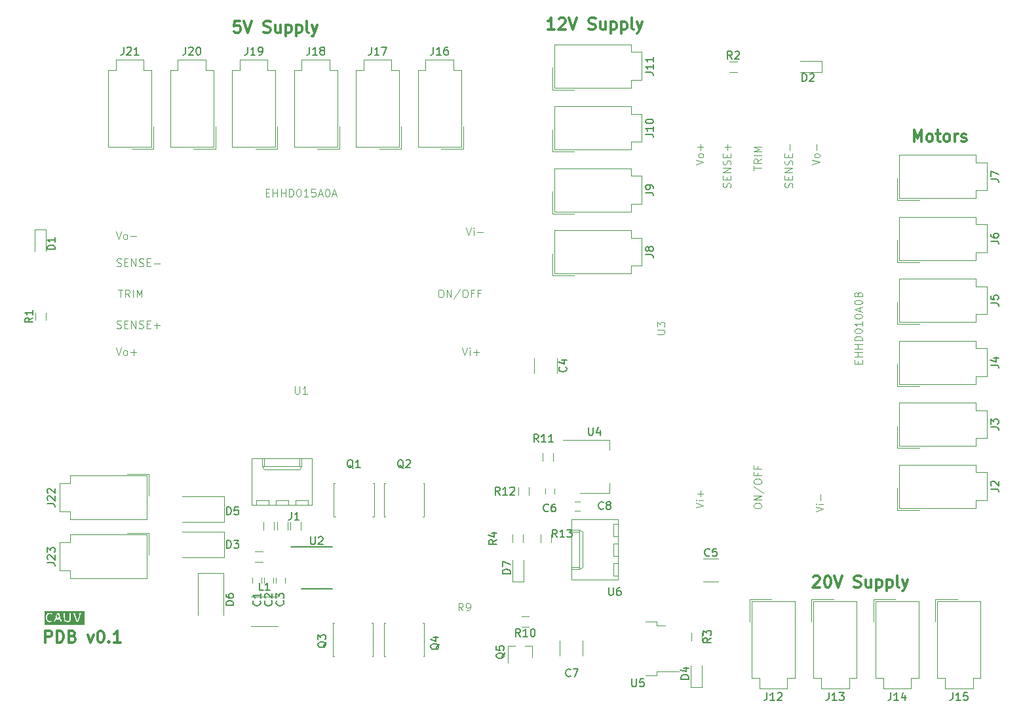
<source format=gbr>
G04 #@! TF.FileFunction,Legend,Top*
%FSLAX46Y46*%
G04 Gerber Fmt 4.6, Leading zero omitted, Abs format (unit mm)*
G04 Created by KiCad (PCBNEW 4.0.6) date Sunday, 01 October 2017 'PMt' 13:45:36*
%MOMM*%
%LPD*%
G01*
G04 APERTURE LIST*
%ADD10C,0.100000*%
%ADD11C,0.300000*%
%ADD12C,0.010000*%
%ADD13C,0.120000*%
%ADD14C,0.150000*%
G04 APERTURE END LIST*
D10*
D11*
X184428572Y-133687429D02*
X184500001Y-133616000D01*
X184642858Y-133544571D01*
X185000001Y-133544571D01*
X185142858Y-133616000D01*
X185214287Y-133687429D01*
X185285715Y-133830286D01*
X185285715Y-133973143D01*
X185214287Y-134187429D01*
X184357144Y-135044571D01*
X185285715Y-135044571D01*
X186214286Y-133544571D02*
X186357143Y-133544571D01*
X186500000Y-133616000D01*
X186571429Y-133687429D01*
X186642858Y-133830286D01*
X186714286Y-134116000D01*
X186714286Y-134473143D01*
X186642858Y-134758857D01*
X186571429Y-134901714D01*
X186500000Y-134973143D01*
X186357143Y-135044571D01*
X186214286Y-135044571D01*
X186071429Y-134973143D01*
X186000000Y-134901714D01*
X185928572Y-134758857D01*
X185857143Y-134473143D01*
X185857143Y-134116000D01*
X185928572Y-133830286D01*
X186000000Y-133687429D01*
X186071429Y-133616000D01*
X186214286Y-133544571D01*
X187142857Y-133544571D02*
X187642857Y-135044571D01*
X188142857Y-133544571D01*
X189714285Y-134973143D02*
X189928571Y-135044571D01*
X190285714Y-135044571D01*
X190428571Y-134973143D01*
X190500000Y-134901714D01*
X190571428Y-134758857D01*
X190571428Y-134616000D01*
X190500000Y-134473143D01*
X190428571Y-134401714D01*
X190285714Y-134330286D01*
X190000000Y-134258857D01*
X189857142Y-134187429D01*
X189785714Y-134116000D01*
X189714285Y-133973143D01*
X189714285Y-133830286D01*
X189785714Y-133687429D01*
X189857142Y-133616000D01*
X190000000Y-133544571D01*
X190357142Y-133544571D01*
X190571428Y-133616000D01*
X191857142Y-134044571D02*
X191857142Y-135044571D01*
X191214285Y-134044571D02*
X191214285Y-134830286D01*
X191285713Y-134973143D01*
X191428571Y-135044571D01*
X191642856Y-135044571D01*
X191785713Y-134973143D01*
X191857142Y-134901714D01*
X192571428Y-134044571D02*
X192571428Y-135544571D01*
X192571428Y-134116000D02*
X192714285Y-134044571D01*
X192999999Y-134044571D01*
X193142856Y-134116000D01*
X193214285Y-134187429D01*
X193285714Y-134330286D01*
X193285714Y-134758857D01*
X193214285Y-134901714D01*
X193142856Y-134973143D01*
X192999999Y-135044571D01*
X192714285Y-135044571D01*
X192571428Y-134973143D01*
X193928571Y-134044571D02*
X193928571Y-135544571D01*
X193928571Y-134116000D02*
X194071428Y-134044571D01*
X194357142Y-134044571D01*
X194499999Y-134116000D01*
X194571428Y-134187429D01*
X194642857Y-134330286D01*
X194642857Y-134758857D01*
X194571428Y-134901714D01*
X194499999Y-134973143D01*
X194357142Y-135044571D01*
X194071428Y-135044571D01*
X193928571Y-134973143D01*
X195500000Y-135044571D02*
X195357142Y-134973143D01*
X195285714Y-134830286D01*
X195285714Y-133544571D01*
X195928571Y-134044571D02*
X196285714Y-135044571D01*
X196642856Y-134044571D02*
X196285714Y-135044571D01*
X196142856Y-135401714D01*
X196071428Y-135473143D01*
X195928571Y-135544571D01*
X110363573Y-61916571D02*
X109649287Y-61916571D01*
X109577858Y-62630857D01*
X109649287Y-62559429D01*
X109792144Y-62488000D01*
X110149287Y-62488000D01*
X110292144Y-62559429D01*
X110363573Y-62630857D01*
X110435001Y-62773714D01*
X110435001Y-63130857D01*
X110363573Y-63273714D01*
X110292144Y-63345143D01*
X110149287Y-63416571D01*
X109792144Y-63416571D01*
X109649287Y-63345143D01*
X109577858Y-63273714D01*
X110863572Y-61916571D02*
X111363572Y-63416571D01*
X111863572Y-61916571D01*
X113435000Y-63345143D02*
X113649286Y-63416571D01*
X114006429Y-63416571D01*
X114149286Y-63345143D01*
X114220715Y-63273714D01*
X114292143Y-63130857D01*
X114292143Y-62988000D01*
X114220715Y-62845143D01*
X114149286Y-62773714D01*
X114006429Y-62702286D01*
X113720715Y-62630857D01*
X113577857Y-62559429D01*
X113506429Y-62488000D01*
X113435000Y-62345143D01*
X113435000Y-62202286D01*
X113506429Y-62059429D01*
X113577857Y-61988000D01*
X113720715Y-61916571D01*
X114077857Y-61916571D01*
X114292143Y-61988000D01*
X115577857Y-62416571D02*
X115577857Y-63416571D01*
X114935000Y-62416571D02*
X114935000Y-63202286D01*
X115006428Y-63345143D01*
X115149286Y-63416571D01*
X115363571Y-63416571D01*
X115506428Y-63345143D01*
X115577857Y-63273714D01*
X116292143Y-62416571D02*
X116292143Y-63916571D01*
X116292143Y-62488000D02*
X116435000Y-62416571D01*
X116720714Y-62416571D01*
X116863571Y-62488000D01*
X116935000Y-62559429D01*
X117006429Y-62702286D01*
X117006429Y-63130857D01*
X116935000Y-63273714D01*
X116863571Y-63345143D01*
X116720714Y-63416571D01*
X116435000Y-63416571D01*
X116292143Y-63345143D01*
X117649286Y-62416571D02*
X117649286Y-63916571D01*
X117649286Y-62488000D02*
X117792143Y-62416571D01*
X118077857Y-62416571D01*
X118220714Y-62488000D01*
X118292143Y-62559429D01*
X118363572Y-62702286D01*
X118363572Y-63130857D01*
X118292143Y-63273714D01*
X118220714Y-63345143D01*
X118077857Y-63416571D01*
X117792143Y-63416571D01*
X117649286Y-63345143D01*
X119220715Y-63416571D02*
X119077857Y-63345143D01*
X119006429Y-63202286D01*
X119006429Y-61916571D01*
X119649286Y-62416571D02*
X120006429Y-63416571D01*
X120363571Y-62416571D02*
X120006429Y-63416571D01*
X119863571Y-63773714D01*
X119792143Y-63845143D01*
X119649286Y-63916571D01*
X150995715Y-63035571D02*
X150138572Y-63035571D01*
X150567144Y-63035571D02*
X150567144Y-61535571D01*
X150424287Y-61749857D01*
X150281429Y-61892714D01*
X150138572Y-61964143D01*
X151567143Y-61678429D02*
X151638572Y-61607000D01*
X151781429Y-61535571D01*
X152138572Y-61535571D01*
X152281429Y-61607000D01*
X152352858Y-61678429D01*
X152424286Y-61821286D01*
X152424286Y-61964143D01*
X152352858Y-62178429D01*
X151495715Y-63035571D01*
X152424286Y-63035571D01*
X152852857Y-61535571D02*
X153352857Y-63035571D01*
X153852857Y-61535571D01*
X155424285Y-62964143D02*
X155638571Y-63035571D01*
X155995714Y-63035571D01*
X156138571Y-62964143D01*
X156210000Y-62892714D01*
X156281428Y-62749857D01*
X156281428Y-62607000D01*
X156210000Y-62464143D01*
X156138571Y-62392714D01*
X155995714Y-62321286D01*
X155710000Y-62249857D01*
X155567142Y-62178429D01*
X155495714Y-62107000D01*
X155424285Y-61964143D01*
X155424285Y-61821286D01*
X155495714Y-61678429D01*
X155567142Y-61607000D01*
X155710000Y-61535571D01*
X156067142Y-61535571D01*
X156281428Y-61607000D01*
X157567142Y-62035571D02*
X157567142Y-63035571D01*
X156924285Y-62035571D02*
X156924285Y-62821286D01*
X156995713Y-62964143D01*
X157138571Y-63035571D01*
X157352856Y-63035571D01*
X157495713Y-62964143D01*
X157567142Y-62892714D01*
X158281428Y-62035571D02*
X158281428Y-63535571D01*
X158281428Y-62107000D02*
X158424285Y-62035571D01*
X158709999Y-62035571D01*
X158852856Y-62107000D01*
X158924285Y-62178429D01*
X158995714Y-62321286D01*
X158995714Y-62749857D01*
X158924285Y-62892714D01*
X158852856Y-62964143D01*
X158709999Y-63035571D01*
X158424285Y-63035571D01*
X158281428Y-62964143D01*
X159638571Y-62035571D02*
X159638571Y-63535571D01*
X159638571Y-62107000D02*
X159781428Y-62035571D01*
X160067142Y-62035571D01*
X160209999Y-62107000D01*
X160281428Y-62178429D01*
X160352857Y-62321286D01*
X160352857Y-62749857D01*
X160281428Y-62892714D01*
X160209999Y-62964143D01*
X160067142Y-63035571D01*
X159781428Y-63035571D01*
X159638571Y-62964143D01*
X161210000Y-63035571D02*
X161067142Y-62964143D01*
X160995714Y-62821286D01*
X160995714Y-61535571D01*
X161638571Y-62035571D02*
X161995714Y-63035571D01*
X162352856Y-62035571D02*
X161995714Y-63035571D01*
X161852856Y-63392714D01*
X161781428Y-63464143D01*
X161638571Y-63535571D01*
X197429857Y-77513571D02*
X197429857Y-76013571D01*
X197929857Y-77085000D01*
X198429857Y-76013571D01*
X198429857Y-77513571D01*
X199358429Y-77513571D02*
X199215571Y-77442143D01*
X199144143Y-77370714D01*
X199072714Y-77227857D01*
X199072714Y-76799286D01*
X199144143Y-76656429D01*
X199215571Y-76585000D01*
X199358429Y-76513571D01*
X199572714Y-76513571D01*
X199715571Y-76585000D01*
X199787000Y-76656429D01*
X199858429Y-76799286D01*
X199858429Y-77227857D01*
X199787000Y-77370714D01*
X199715571Y-77442143D01*
X199572714Y-77513571D01*
X199358429Y-77513571D01*
X200287000Y-76513571D02*
X200858429Y-76513571D01*
X200501286Y-76013571D02*
X200501286Y-77299286D01*
X200572714Y-77442143D01*
X200715572Y-77513571D01*
X200858429Y-77513571D01*
X201572715Y-77513571D02*
X201429857Y-77442143D01*
X201358429Y-77370714D01*
X201287000Y-77227857D01*
X201287000Y-76799286D01*
X201358429Y-76656429D01*
X201429857Y-76585000D01*
X201572715Y-76513571D01*
X201787000Y-76513571D01*
X201929857Y-76585000D01*
X202001286Y-76656429D01*
X202072715Y-76799286D01*
X202072715Y-77227857D01*
X202001286Y-77370714D01*
X201929857Y-77442143D01*
X201787000Y-77513571D01*
X201572715Y-77513571D01*
X202715572Y-77513571D02*
X202715572Y-76513571D01*
X202715572Y-76799286D02*
X202787000Y-76656429D01*
X202858429Y-76585000D01*
X203001286Y-76513571D01*
X203144143Y-76513571D01*
X203572714Y-77442143D02*
X203715571Y-77513571D01*
X204001286Y-77513571D01*
X204144143Y-77442143D01*
X204215571Y-77299286D01*
X204215571Y-77227857D01*
X204144143Y-77085000D01*
X204001286Y-77013571D01*
X203787000Y-77013571D01*
X203644143Y-76942143D01*
X203572714Y-76799286D01*
X203572714Y-76727857D01*
X203644143Y-76585000D01*
X203787000Y-76513571D01*
X204001286Y-76513571D01*
X204144143Y-76585000D01*
X85221572Y-142156571D02*
X85221572Y-140656571D01*
X85793000Y-140656571D01*
X85935858Y-140728000D01*
X86007286Y-140799429D01*
X86078715Y-140942286D01*
X86078715Y-141156571D01*
X86007286Y-141299429D01*
X85935858Y-141370857D01*
X85793000Y-141442286D01*
X85221572Y-141442286D01*
X86721572Y-142156571D02*
X86721572Y-140656571D01*
X87078715Y-140656571D01*
X87293000Y-140728000D01*
X87435858Y-140870857D01*
X87507286Y-141013714D01*
X87578715Y-141299429D01*
X87578715Y-141513714D01*
X87507286Y-141799429D01*
X87435858Y-141942286D01*
X87293000Y-142085143D01*
X87078715Y-142156571D01*
X86721572Y-142156571D01*
X88721572Y-141370857D02*
X88935858Y-141442286D01*
X89007286Y-141513714D01*
X89078715Y-141656571D01*
X89078715Y-141870857D01*
X89007286Y-142013714D01*
X88935858Y-142085143D01*
X88793000Y-142156571D01*
X88221572Y-142156571D01*
X88221572Y-140656571D01*
X88721572Y-140656571D01*
X88864429Y-140728000D01*
X88935858Y-140799429D01*
X89007286Y-140942286D01*
X89007286Y-141085143D01*
X88935858Y-141228000D01*
X88864429Y-141299429D01*
X88721572Y-141370857D01*
X88221572Y-141370857D01*
X90721572Y-141156571D02*
X91078715Y-142156571D01*
X91435857Y-141156571D01*
X92293000Y-140656571D02*
X92435857Y-140656571D01*
X92578714Y-140728000D01*
X92650143Y-140799429D01*
X92721572Y-140942286D01*
X92793000Y-141228000D01*
X92793000Y-141585143D01*
X92721572Y-141870857D01*
X92650143Y-142013714D01*
X92578714Y-142085143D01*
X92435857Y-142156571D01*
X92293000Y-142156571D01*
X92150143Y-142085143D01*
X92078714Y-142013714D01*
X92007286Y-141870857D01*
X91935857Y-141585143D01*
X91935857Y-141228000D01*
X92007286Y-140942286D01*
X92078714Y-140799429D01*
X92150143Y-140728000D01*
X92293000Y-140656571D01*
X93435857Y-142013714D02*
X93507285Y-142085143D01*
X93435857Y-142156571D01*
X93364428Y-142085143D01*
X93435857Y-142013714D01*
X93435857Y-142156571D01*
X94935857Y-142156571D02*
X94078714Y-142156571D01*
X94507286Y-142156571D02*
X94507286Y-140656571D01*
X94364429Y-140870857D01*
X94221571Y-141013714D01*
X94078714Y-141085143D01*
D12*
G36*
X90170000Y-139801600D02*
X85090000Y-139801600D01*
X85090000Y-138909897D01*
X85197277Y-138909897D01*
X85207243Y-139048720D01*
X85229105Y-139173486D01*
X85256135Y-139254095D01*
X85343103Y-139381908D01*
X85462096Y-139474711D01*
X85605708Y-139529524D01*
X85766533Y-139543363D01*
X85915500Y-139519533D01*
X85987164Y-139491910D01*
X86232595Y-139491910D01*
X86251796Y-139513531D01*
X86312360Y-139518814D01*
X86340785Y-139517310D01*
X86403067Y-139510276D01*
X86440775Y-139492331D01*
X86467590Y-139451011D01*
X86496683Y-139375272D01*
X86544794Y-139241044D01*
X86784996Y-139248272D01*
X87025197Y-139255500D01*
X87067248Y-139382500D01*
X87093659Y-139456408D01*
X87119767Y-139494945D01*
X87161133Y-139510999D01*
X87229950Y-139517241D01*
X87303478Y-139519203D01*
X87338880Y-139510073D01*
X87348320Y-139485930D01*
X87348174Y-139479141D01*
X87339557Y-139442888D01*
X87316686Y-139365930D01*
X87281892Y-139255577D01*
X87237506Y-139119141D01*
X87185860Y-138963932D01*
X87151324Y-138861800D01*
X86956900Y-138290300D01*
X86627324Y-138290300D01*
X86523059Y-138595100D01*
X86436924Y-138847895D01*
X86367039Y-139055256D01*
X86312619Y-139219610D01*
X86272879Y-139343380D01*
X86247034Y-139428992D01*
X86234297Y-139478871D01*
X86232595Y-139491910D01*
X85987164Y-139491910D01*
X86020546Y-139479043D01*
X86081716Y-139423970D01*
X86105252Y-139348031D01*
X86106000Y-139327763D01*
X86103395Y-139270543D01*
X86097028Y-139243193D01*
X86096073Y-139242800D01*
X86069163Y-139252374D01*
X86011965Y-139276706D01*
X85975423Y-139293042D01*
X85835754Y-139337460D01*
X85714865Y-139334906D01*
X85611567Y-139285115D01*
X85528912Y-139194223D01*
X85495221Y-139132160D01*
X85477353Y-139061156D01*
X85471193Y-138962683D01*
X85471000Y-138933427D01*
X85482551Y-138773253D01*
X85518907Y-138651498D01*
X85582621Y-138560912D01*
X85611047Y-138535864D01*
X85705466Y-138491353D01*
X85818187Y-138482745D01*
X85931371Y-138510243D01*
X85973263Y-138531694D01*
X86046001Y-138571121D01*
X86086426Y-138575801D01*
X86102058Y-138542517D01*
X86101110Y-138476989D01*
X86083122Y-138389916D01*
X86039236Y-138331809D01*
X86029439Y-138324101D01*
X85943135Y-138283948D01*
X85909615Y-138277600D01*
X87528400Y-138277600D01*
X87528541Y-138715750D01*
X87530093Y-138867289D01*
X87534298Y-139007739D01*
X87540626Y-139126395D01*
X87548549Y-139212552D01*
X87554845Y-139248100D01*
X87612045Y-139365237D01*
X87706703Y-139455925D01*
X87831164Y-139517066D01*
X87977771Y-139545565D01*
X88138868Y-139538325D01*
X88225708Y-139519440D01*
X88340228Y-139463930D01*
X88438502Y-139372809D01*
X88505353Y-139261255D01*
X88516240Y-139228908D01*
X88525696Y-139169577D01*
X88533796Y-139070584D01*
X88539947Y-138943061D01*
X88543556Y-138798141D01*
X88544258Y-138703050D01*
X88544394Y-138292767D01*
X88740899Y-138292767D01*
X88745473Y-138318777D01*
X88764136Y-138384818D01*
X88794242Y-138482952D01*
X88833150Y-138605245D01*
X88878216Y-138743759D01*
X88926796Y-138890560D01*
X88976249Y-139037711D01*
X89023931Y-139177276D01*
X89067198Y-139301320D01*
X89103408Y-139401906D01*
X89129918Y-139471099D01*
X89142619Y-139498934D01*
X89173894Y-139511482D01*
X89239977Y-139519929D01*
X89304936Y-139522200D01*
X89392549Y-139519111D01*
X89441559Y-139507652D01*
X89463909Y-139484536D01*
X89466377Y-139477750D01*
X89478336Y-139441748D01*
X89504461Y-139365191D01*
X89542197Y-139255494D01*
X89588990Y-139120071D01*
X89642285Y-138966338D01*
X89672539Y-138879268D01*
X89727467Y-138720261D01*
X89776298Y-138576895D01*
X89816674Y-138456252D01*
X89846242Y-138365415D01*
X89862643Y-138311469D01*
X89865200Y-138300026D01*
X89842364Y-138286477D01*
X89783321Y-138281331D01*
X89744550Y-138282558D01*
X89623900Y-138290300D01*
X89531402Y-138582400D01*
X89487781Y-138721386D01*
X89442986Y-138866176D01*
X89403142Y-138996873D01*
X89380880Y-139071350D01*
X89352137Y-139162566D01*
X89326933Y-139231343D01*
X89309624Y-139266123D01*
X89306665Y-139268200D01*
X89293005Y-139245511D01*
X89270453Y-139184952D01*
X89243032Y-139097784D01*
X89231787Y-139058650D01*
X89198709Y-138943256D01*
X89156758Y-138800780D01*
X89112273Y-138652609D01*
X89084993Y-138563349D01*
X88996887Y-138277599D01*
X88876477Y-138277599D01*
X88802406Y-138280548D01*
X88751703Y-138288025D01*
X88740899Y-138292767D01*
X88544394Y-138292767D01*
X88544400Y-138277600D01*
X88290400Y-138277600D01*
X88290400Y-139195907D01*
X88216153Y-139270153D01*
X88147526Y-139323562D01*
X88070731Y-139343241D01*
X88036400Y-139344400D01*
X87949794Y-139333690D01*
X87881635Y-139293497D01*
X87856646Y-139270153D01*
X87782400Y-139195907D01*
X87782400Y-138277600D01*
X87528400Y-138277600D01*
X85909615Y-138277600D01*
X85827540Y-138262057D01*
X85701506Y-138260477D01*
X85598000Y-138277228D01*
X85484060Y-138329792D01*
X85374719Y-138418666D01*
X85283343Y-138530117D01*
X85223297Y-138650418D01*
X85218057Y-138667523D01*
X85200462Y-138776378D01*
X85197277Y-138909897D01*
X85090000Y-138909897D01*
X85090000Y-138099800D01*
X90170000Y-138099800D01*
X90170000Y-139801600D01*
X90170000Y-139801600D01*
G37*
X90170000Y-139801600D02*
X85090000Y-139801600D01*
X85090000Y-138909897D01*
X85197277Y-138909897D01*
X85207243Y-139048720D01*
X85229105Y-139173486D01*
X85256135Y-139254095D01*
X85343103Y-139381908D01*
X85462096Y-139474711D01*
X85605708Y-139529524D01*
X85766533Y-139543363D01*
X85915500Y-139519533D01*
X85987164Y-139491910D01*
X86232595Y-139491910D01*
X86251796Y-139513531D01*
X86312360Y-139518814D01*
X86340785Y-139517310D01*
X86403067Y-139510276D01*
X86440775Y-139492331D01*
X86467590Y-139451011D01*
X86496683Y-139375272D01*
X86544794Y-139241044D01*
X86784996Y-139248272D01*
X87025197Y-139255500D01*
X87067248Y-139382500D01*
X87093659Y-139456408D01*
X87119767Y-139494945D01*
X87161133Y-139510999D01*
X87229950Y-139517241D01*
X87303478Y-139519203D01*
X87338880Y-139510073D01*
X87348320Y-139485930D01*
X87348174Y-139479141D01*
X87339557Y-139442888D01*
X87316686Y-139365930D01*
X87281892Y-139255577D01*
X87237506Y-139119141D01*
X87185860Y-138963932D01*
X87151324Y-138861800D01*
X86956900Y-138290300D01*
X86627324Y-138290300D01*
X86523059Y-138595100D01*
X86436924Y-138847895D01*
X86367039Y-139055256D01*
X86312619Y-139219610D01*
X86272879Y-139343380D01*
X86247034Y-139428992D01*
X86234297Y-139478871D01*
X86232595Y-139491910D01*
X85987164Y-139491910D01*
X86020546Y-139479043D01*
X86081716Y-139423970D01*
X86105252Y-139348031D01*
X86106000Y-139327763D01*
X86103395Y-139270543D01*
X86097028Y-139243193D01*
X86096073Y-139242800D01*
X86069163Y-139252374D01*
X86011965Y-139276706D01*
X85975423Y-139293042D01*
X85835754Y-139337460D01*
X85714865Y-139334906D01*
X85611567Y-139285115D01*
X85528912Y-139194223D01*
X85495221Y-139132160D01*
X85477353Y-139061156D01*
X85471193Y-138962683D01*
X85471000Y-138933427D01*
X85482551Y-138773253D01*
X85518907Y-138651498D01*
X85582621Y-138560912D01*
X85611047Y-138535864D01*
X85705466Y-138491353D01*
X85818187Y-138482745D01*
X85931371Y-138510243D01*
X85973263Y-138531694D01*
X86046001Y-138571121D01*
X86086426Y-138575801D01*
X86102058Y-138542517D01*
X86101110Y-138476989D01*
X86083122Y-138389916D01*
X86039236Y-138331809D01*
X86029439Y-138324101D01*
X85943135Y-138283948D01*
X85909615Y-138277600D01*
X87528400Y-138277600D01*
X87528541Y-138715750D01*
X87530093Y-138867289D01*
X87534298Y-139007739D01*
X87540626Y-139126395D01*
X87548549Y-139212552D01*
X87554845Y-139248100D01*
X87612045Y-139365237D01*
X87706703Y-139455925D01*
X87831164Y-139517066D01*
X87977771Y-139545565D01*
X88138868Y-139538325D01*
X88225708Y-139519440D01*
X88340228Y-139463930D01*
X88438502Y-139372809D01*
X88505353Y-139261255D01*
X88516240Y-139228908D01*
X88525696Y-139169577D01*
X88533796Y-139070584D01*
X88539947Y-138943061D01*
X88543556Y-138798141D01*
X88544258Y-138703050D01*
X88544394Y-138292767D01*
X88740899Y-138292767D01*
X88745473Y-138318777D01*
X88764136Y-138384818D01*
X88794242Y-138482952D01*
X88833150Y-138605245D01*
X88878216Y-138743759D01*
X88926796Y-138890560D01*
X88976249Y-139037711D01*
X89023931Y-139177276D01*
X89067198Y-139301320D01*
X89103408Y-139401906D01*
X89129918Y-139471099D01*
X89142619Y-139498934D01*
X89173894Y-139511482D01*
X89239977Y-139519929D01*
X89304936Y-139522200D01*
X89392549Y-139519111D01*
X89441559Y-139507652D01*
X89463909Y-139484536D01*
X89466377Y-139477750D01*
X89478336Y-139441748D01*
X89504461Y-139365191D01*
X89542197Y-139255494D01*
X89588990Y-139120071D01*
X89642285Y-138966338D01*
X89672539Y-138879268D01*
X89727467Y-138720261D01*
X89776298Y-138576895D01*
X89816674Y-138456252D01*
X89846242Y-138365415D01*
X89862643Y-138311469D01*
X89865200Y-138300026D01*
X89842364Y-138286477D01*
X89783321Y-138281331D01*
X89744550Y-138282558D01*
X89623900Y-138290300D01*
X89531402Y-138582400D01*
X89487781Y-138721386D01*
X89442986Y-138866176D01*
X89403142Y-138996873D01*
X89380880Y-139071350D01*
X89352137Y-139162566D01*
X89326933Y-139231343D01*
X89309624Y-139266123D01*
X89306665Y-139268200D01*
X89293005Y-139245511D01*
X89270453Y-139184952D01*
X89243032Y-139097784D01*
X89231787Y-139058650D01*
X89198709Y-138943256D01*
X89156758Y-138800780D01*
X89112273Y-138652609D01*
X89084993Y-138563349D01*
X88996887Y-138277599D01*
X88876477Y-138277599D01*
X88802406Y-138280548D01*
X88751703Y-138288025D01*
X88740899Y-138292767D01*
X88544394Y-138292767D01*
X88544400Y-138277600D01*
X88290400Y-138277600D01*
X88290400Y-139195907D01*
X88216153Y-139270153D01*
X88147526Y-139323562D01*
X88070731Y-139343241D01*
X88036400Y-139344400D01*
X87949794Y-139333690D01*
X87881635Y-139293497D01*
X87856646Y-139270153D01*
X87782400Y-139195907D01*
X87782400Y-138277600D01*
X87528400Y-138277600D01*
X85909615Y-138277600D01*
X85827540Y-138262057D01*
X85701506Y-138260477D01*
X85598000Y-138277228D01*
X85484060Y-138329792D01*
X85374719Y-138418666D01*
X85283343Y-138530117D01*
X85223297Y-138650418D01*
X85218057Y-138667523D01*
X85200462Y-138776378D01*
X85197277Y-138909897D01*
X85090000Y-138909897D01*
X85090000Y-138099800D01*
X90170000Y-138099800D01*
X90170000Y-139801600D01*
G36*
X86766400Y-138874500D02*
X86753700Y-138887200D01*
X86741000Y-138874500D01*
X86753700Y-138861800D01*
X86766400Y-138874500D01*
X86766400Y-138874500D01*
G37*
X86766400Y-138874500D02*
X86753700Y-138887200D01*
X86741000Y-138874500D01*
X86753700Y-138861800D01*
X86766400Y-138874500D01*
G36*
X86842600Y-138849100D02*
X86829900Y-138861800D01*
X86817200Y-138849100D01*
X86829900Y-138836400D01*
X86842600Y-138849100D01*
X86842600Y-138849100D01*
G37*
X86842600Y-138849100D02*
X86829900Y-138861800D01*
X86817200Y-138849100D01*
X86829900Y-138836400D01*
X86842600Y-138849100D01*
G36*
X86791800Y-138772900D02*
X86816031Y-138795724D01*
X86817200Y-138799799D01*
X86797548Y-138810708D01*
X86791800Y-138811000D01*
X86767376Y-138791473D01*
X86766400Y-138784100D01*
X86781960Y-138768931D01*
X86791800Y-138772900D01*
X86791800Y-138772900D01*
G37*
X86791800Y-138772900D02*
X86816031Y-138795724D01*
X86817200Y-138799799D01*
X86797548Y-138810708D01*
X86791800Y-138811000D01*
X86767376Y-138791473D01*
X86766400Y-138784100D01*
X86781960Y-138768931D01*
X86791800Y-138772900D01*
G36*
X86918061Y-138779528D02*
X86918800Y-138785600D01*
X86899471Y-138810261D01*
X86893400Y-138811000D01*
X86868738Y-138791671D01*
X86868000Y-138785600D01*
X86887328Y-138760938D01*
X86893400Y-138760200D01*
X86918061Y-138779528D01*
X86918061Y-138779528D01*
G37*
X86918061Y-138779528D02*
X86918800Y-138785600D01*
X86899471Y-138810261D01*
X86893400Y-138811000D01*
X86868738Y-138791671D01*
X86868000Y-138785600D01*
X86887328Y-138760938D01*
X86893400Y-138760200D01*
X86918061Y-138779528D01*
G36*
X86753700Y-138684000D02*
X86755546Y-138726108D01*
X86746733Y-138739226D01*
X86715596Y-138748341D01*
X86702900Y-138734800D01*
X86701053Y-138692691D01*
X86709866Y-138679573D01*
X86741003Y-138670458D01*
X86753700Y-138684000D01*
X86753700Y-138684000D01*
G37*
X86753700Y-138684000D02*
X86755546Y-138726108D01*
X86746733Y-138739226D01*
X86715596Y-138748341D01*
X86702900Y-138734800D01*
X86701053Y-138692691D01*
X86709866Y-138679573D01*
X86741003Y-138670458D01*
X86753700Y-138684000D01*
G36*
X86865310Y-138679195D02*
X86868000Y-138696700D01*
X86852401Y-138731730D01*
X86817332Y-138725453D01*
X86809423Y-138718557D01*
X86804287Y-138686894D01*
X86830031Y-138661222D01*
X86844099Y-138658600D01*
X86865310Y-138679195D01*
X86865310Y-138679195D01*
G37*
X86865310Y-138679195D02*
X86868000Y-138696700D01*
X86852401Y-138731730D01*
X86817332Y-138725453D01*
X86809423Y-138718557D01*
X86804287Y-138686894D01*
X86830031Y-138661222D01*
X86844099Y-138658600D01*
X86865310Y-138679195D01*
G36*
X86835671Y-138552748D02*
X86842600Y-138582400D01*
X86824524Y-138623262D01*
X86786027Y-138632187D01*
X86753700Y-138607800D01*
X86750389Y-138565196D01*
X86783420Y-138535417D01*
X86805999Y-138531600D01*
X86835671Y-138552748D01*
X86835671Y-138552748D01*
G37*
X86835671Y-138552748D02*
X86842600Y-138582400D01*
X86824524Y-138623262D01*
X86786027Y-138632187D01*
X86753700Y-138607800D01*
X86750389Y-138565196D01*
X86783420Y-138535417D01*
X86805999Y-138531600D01*
X86835671Y-138552748D01*
D13*
X162735400Y-146385400D02*
X164235400Y-146385400D01*
X164235400Y-146385400D02*
X164235400Y-145915400D01*
X164235400Y-145915400D02*
X167065400Y-145915400D01*
X162735400Y-139485400D02*
X164235400Y-139485400D01*
X164235400Y-139485400D02*
X164235400Y-139955400D01*
X164235400Y-139955400D02*
X165335400Y-139955400D01*
X159193300Y-126277300D02*
X153193300Y-126277300D01*
X153193300Y-126277300D02*
X153193300Y-134097300D01*
X153193300Y-134097300D02*
X159193300Y-134097300D01*
X159193300Y-134097300D02*
X159193300Y-126277300D01*
X153193300Y-127647300D02*
X154193300Y-127647300D01*
X154193300Y-127647300D02*
X154193300Y-132727300D01*
X154193300Y-132727300D02*
X153193300Y-132727300D01*
X154193300Y-127647300D02*
X154623300Y-127897300D01*
X154623300Y-127897300D02*
X154623300Y-132477300D01*
X154623300Y-132477300D02*
X154193300Y-132727300D01*
X153193300Y-127897300D02*
X154193300Y-127897300D01*
X153193300Y-132477300D02*
X154193300Y-132477300D01*
X159193300Y-126847300D02*
X158573300Y-126847300D01*
X158573300Y-126847300D02*
X158573300Y-128447300D01*
X158573300Y-128447300D02*
X159193300Y-128447300D01*
X159193300Y-129387300D02*
X158573300Y-129387300D01*
X158573300Y-129387300D02*
X158573300Y-130987300D01*
X158573300Y-130987300D02*
X159193300Y-130987300D01*
X159193300Y-131927300D02*
X158573300Y-131927300D01*
X158573300Y-131927300D02*
X158573300Y-133527300D01*
X158573300Y-133527300D02*
X159193300Y-133527300D01*
X158083300Y-122857300D02*
X158083300Y-121597300D01*
X158083300Y-116037300D02*
X158083300Y-117297300D01*
X154323300Y-122857300D02*
X158083300Y-122857300D01*
X152073300Y-116037300D02*
X158083300Y-116037300D01*
D14*
X118269000Y-135237600D02*
X122269000Y-135237600D01*
X116994000Y-129837600D02*
X122269000Y-129837600D01*
D13*
X150553300Y-128247300D02*
X150553300Y-129247300D01*
X149193300Y-129247300D02*
X149193300Y-128247300D01*
X146293300Y-123147300D02*
X146293300Y-122147300D01*
X147653300Y-122147300D02*
X147653300Y-123147300D01*
X150853300Y-117747300D02*
X150853300Y-118747300D01*
X149493300Y-118747300D02*
X149493300Y-117747300D01*
X146718400Y-138829500D02*
X147718400Y-138829500D01*
X147718400Y-140189500D02*
X146718400Y-140189500D01*
X116899000Y-127632600D02*
X116899000Y-126632600D01*
X118259000Y-126632600D02*
X118259000Y-127632600D01*
X112329000Y-130452600D02*
X113329000Y-130452600D01*
X113329000Y-131812600D02*
X112329000Y-131812600D01*
X115149000Y-127632600D02*
X115149000Y-126632600D01*
X116509000Y-126632600D02*
X116509000Y-127632600D01*
X113399000Y-127632600D02*
X113399000Y-126632600D01*
X114759000Y-126632600D02*
X114759000Y-127632600D01*
X145593300Y-129247300D02*
X145593300Y-128247300D01*
X146953300Y-128247300D02*
X146953300Y-129247300D01*
X168649100Y-141914500D02*
X168649100Y-140914500D01*
X170009100Y-140914500D02*
X170009100Y-141914500D01*
X174617000Y-68498000D02*
X173617000Y-68498000D01*
X173617000Y-67138000D02*
X174617000Y-67138000D01*
X85262000Y-99576000D02*
X85262000Y-100576000D01*
X83902000Y-100576000D02*
X83902000Y-99576000D01*
X148099900Y-142648400D02*
X147169900Y-142648400D01*
X144939900Y-142648400D02*
X145869900Y-142648400D01*
X144939900Y-142648400D02*
X144939900Y-144808400D01*
X148099900Y-142648400D02*
X148099900Y-144108400D01*
X129172000Y-139671000D02*
X128972000Y-139671000D01*
X128972000Y-139671000D02*
X128972000Y-143971000D01*
X128972000Y-143971000D02*
X129122000Y-143971000D01*
X134022000Y-143971000D02*
X134172000Y-143971000D01*
X134172000Y-143971000D02*
X134172000Y-139671000D01*
X134172000Y-139671000D02*
X133972000Y-139671000D01*
X122568000Y-139671000D02*
X122368000Y-139671000D01*
X122368000Y-139671000D02*
X122368000Y-143971000D01*
X122368000Y-143971000D02*
X122518000Y-143971000D01*
X127418000Y-143971000D02*
X127568000Y-143971000D01*
X127568000Y-143971000D02*
X127568000Y-139671000D01*
X127568000Y-139671000D02*
X127368000Y-139671000D01*
X133979000Y-125947600D02*
X134179000Y-125947600D01*
X134179000Y-125947600D02*
X134179000Y-121647600D01*
X134179000Y-121647600D02*
X134029000Y-121647600D01*
X129129000Y-121647600D02*
X128979000Y-121647600D01*
X128979000Y-121647600D02*
X128979000Y-125947600D01*
X128979000Y-125947600D02*
X129179000Y-125947600D01*
X127479000Y-125947600D02*
X127679000Y-125947600D01*
X127679000Y-125947600D02*
X127679000Y-121647600D01*
X127679000Y-121647600D02*
X127529000Y-121647600D01*
X122629000Y-121647600D02*
X122479000Y-121647600D01*
X122479000Y-121647600D02*
X122479000Y-125947600D01*
X122479000Y-125947600D02*
X122679000Y-125947600D01*
X98362000Y-131064000D02*
X98362000Y-128264000D01*
X98362000Y-128264000D02*
X88462000Y-128264000D01*
X88462000Y-128264000D02*
X88462000Y-129264000D01*
X88462000Y-129264000D02*
X87062000Y-129264000D01*
X87062000Y-129264000D02*
X87062000Y-131064000D01*
X98362000Y-131064000D02*
X98362000Y-133864000D01*
X98362000Y-133864000D02*
X88462000Y-133864000D01*
X88462000Y-133864000D02*
X88462000Y-132864000D01*
X88462000Y-132864000D02*
X87062000Y-132864000D01*
X87062000Y-132864000D02*
X87062000Y-131064000D01*
X98612000Y-130864000D02*
X98612000Y-128014000D01*
X98612000Y-128014000D02*
X95762000Y-128014000D01*
X98362000Y-123444000D02*
X98362000Y-120644000D01*
X98362000Y-120644000D02*
X88462000Y-120644000D01*
X88462000Y-120644000D02*
X88462000Y-121644000D01*
X88462000Y-121644000D02*
X87062000Y-121644000D01*
X87062000Y-121644000D02*
X87062000Y-123444000D01*
X98362000Y-123444000D02*
X98362000Y-126244000D01*
X98362000Y-126244000D02*
X88462000Y-126244000D01*
X88462000Y-126244000D02*
X88462000Y-125244000D01*
X88462000Y-125244000D02*
X87062000Y-125244000D01*
X87062000Y-125244000D02*
X87062000Y-123444000D01*
X98612000Y-123244000D02*
X98612000Y-120394000D01*
X98612000Y-120394000D02*
X95762000Y-120394000D01*
X96144000Y-78200000D02*
X98944000Y-78200000D01*
X98944000Y-78200000D02*
X98944000Y-68300000D01*
X98944000Y-68300000D02*
X97944000Y-68300000D01*
X97944000Y-68300000D02*
X97944000Y-66900000D01*
X97944000Y-66900000D02*
X96144000Y-66900000D01*
X96144000Y-78200000D02*
X93344000Y-78200000D01*
X93344000Y-78200000D02*
X93344000Y-68300000D01*
X93344000Y-68300000D02*
X94344000Y-68300000D01*
X94344000Y-68300000D02*
X94344000Y-66900000D01*
X94344000Y-66900000D02*
X96144000Y-66900000D01*
X96344000Y-78450000D02*
X99194000Y-78450000D01*
X99194000Y-78450000D02*
X99194000Y-75600000D01*
X104144000Y-78200000D02*
X106944000Y-78200000D01*
X106944000Y-78200000D02*
X106944000Y-68300000D01*
X106944000Y-68300000D02*
X105944000Y-68300000D01*
X105944000Y-68300000D02*
X105944000Y-66900000D01*
X105944000Y-66900000D02*
X104144000Y-66900000D01*
X104144000Y-78200000D02*
X101344000Y-78200000D01*
X101344000Y-78200000D02*
X101344000Y-68300000D01*
X101344000Y-68300000D02*
X102344000Y-68300000D01*
X102344000Y-68300000D02*
X102344000Y-66900000D01*
X102344000Y-66900000D02*
X104144000Y-66900000D01*
X104344000Y-78450000D02*
X107194000Y-78450000D01*
X107194000Y-78450000D02*
X107194000Y-75600000D01*
X112144000Y-78200000D02*
X114944000Y-78200000D01*
X114944000Y-78200000D02*
X114944000Y-68300000D01*
X114944000Y-68300000D02*
X113944000Y-68300000D01*
X113944000Y-68300000D02*
X113944000Y-66900000D01*
X113944000Y-66900000D02*
X112144000Y-66900000D01*
X112144000Y-78200000D02*
X109344000Y-78200000D01*
X109344000Y-78200000D02*
X109344000Y-68300000D01*
X109344000Y-68300000D02*
X110344000Y-68300000D01*
X110344000Y-68300000D02*
X110344000Y-66900000D01*
X110344000Y-66900000D02*
X112144000Y-66900000D01*
X112344000Y-78450000D02*
X115194000Y-78450000D01*
X115194000Y-78450000D02*
X115194000Y-75600000D01*
X120144000Y-78200000D02*
X122944000Y-78200000D01*
X122944000Y-78200000D02*
X122944000Y-68300000D01*
X122944000Y-68300000D02*
X121944000Y-68300000D01*
X121944000Y-68300000D02*
X121944000Y-66900000D01*
X121944000Y-66900000D02*
X120144000Y-66900000D01*
X120144000Y-78200000D02*
X117344000Y-78200000D01*
X117344000Y-78200000D02*
X117344000Y-68300000D01*
X117344000Y-68300000D02*
X118344000Y-68300000D01*
X118344000Y-68300000D02*
X118344000Y-66900000D01*
X118344000Y-66900000D02*
X120144000Y-66900000D01*
X120344000Y-78450000D02*
X123194000Y-78450000D01*
X123194000Y-78450000D02*
X123194000Y-75600000D01*
X128144000Y-78200000D02*
X130944000Y-78200000D01*
X130944000Y-78200000D02*
X130944000Y-68300000D01*
X130944000Y-68300000D02*
X129944000Y-68300000D01*
X129944000Y-68300000D02*
X129944000Y-66900000D01*
X129944000Y-66900000D02*
X128144000Y-66900000D01*
X128144000Y-78200000D02*
X125344000Y-78200000D01*
X125344000Y-78200000D02*
X125344000Y-68300000D01*
X125344000Y-68300000D02*
X126344000Y-68300000D01*
X126344000Y-68300000D02*
X126344000Y-66900000D01*
X126344000Y-66900000D02*
X128144000Y-66900000D01*
X128344000Y-78450000D02*
X131194000Y-78450000D01*
X131194000Y-78450000D02*
X131194000Y-75600000D01*
X136144000Y-78200000D02*
X138944000Y-78200000D01*
X138944000Y-78200000D02*
X138944000Y-68300000D01*
X138944000Y-68300000D02*
X137944000Y-68300000D01*
X137944000Y-68300000D02*
X137944000Y-66900000D01*
X137944000Y-66900000D02*
X136144000Y-66900000D01*
X136144000Y-78200000D02*
X133344000Y-78200000D01*
X133344000Y-78200000D02*
X133344000Y-68300000D01*
X133344000Y-68300000D02*
X134344000Y-68300000D01*
X134344000Y-68300000D02*
X134344000Y-66900000D01*
X134344000Y-66900000D02*
X136144000Y-66900000D01*
X136344000Y-78450000D02*
X139194000Y-78450000D01*
X139194000Y-78450000D02*
X139194000Y-75600000D01*
X203251000Y-136842000D02*
X200451000Y-136842000D01*
X200451000Y-136842000D02*
X200451000Y-146742000D01*
X200451000Y-146742000D02*
X201451000Y-146742000D01*
X201451000Y-146742000D02*
X201451000Y-148142000D01*
X201451000Y-148142000D02*
X203251000Y-148142000D01*
X203251000Y-136842000D02*
X206051000Y-136842000D01*
X206051000Y-136842000D02*
X206051000Y-146742000D01*
X206051000Y-146742000D02*
X205051000Y-146742000D01*
X205051000Y-146742000D02*
X205051000Y-148142000D01*
X205051000Y-148142000D02*
X203251000Y-148142000D01*
X203051000Y-136592000D02*
X200201000Y-136592000D01*
X200201000Y-136592000D02*
X200201000Y-139442000D01*
X195251000Y-136842000D02*
X192451000Y-136842000D01*
X192451000Y-136842000D02*
X192451000Y-146742000D01*
X192451000Y-146742000D02*
X193451000Y-146742000D01*
X193451000Y-146742000D02*
X193451000Y-148142000D01*
X193451000Y-148142000D02*
X195251000Y-148142000D01*
X195251000Y-136842000D02*
X198051000Y-136842000D01*
X198051000Y-136842000D02*
X198051000Y-146742000D01*
X198051000Y-146742000D02*
X197051000Y-146742000D01*
X197051000Y-146742000D02*
X197051000Y-148142000D01*
X197051000Y-148142000D02*
X195251000Y-148142000D01*
X195051000Y-136592000D02*
X192201000Y-136592000D01*
X192201000Y-136592000D02*
X192201000Y-139442000D01*
X187251000Y-136842000D02*
X184451000Y-136842000D01*
X184451000Y-136842000D02*
X184451000Y-146742000D01*
X184451000Y-146742000D02*
X185451000Y-146742000D01*
X185451000Y-146742000D02*
X185451000Y-148142000D01*
X185451000Y-148142000D02*
X187251000Y-148142000D01*
X187251000Y-136842000D02*
X190051000Y-136842000D01*
X190051000Y-136842000D02*
X190051000Y-146742000D01*
X190051000Y-146742000D02*
X189051000Y-146742000D01*
X189051000Y-146742000D02*
X189051000Y-148142000D01*
X189051000Y-148142000D02*
X187251000Y-148142000D01*
X187051000Y-136592000D02*
X184201000Y-136592000D01*
X184201000Y-136592000D02*
X184201000Y-139442000D01*
X179251000Y-136842000D02*
X176451000Y-136842000D01*
X176451000Y-136842000D02*
X176451000Y-146742000D01*
X176451000Y-146742000D02*
X177451000Y-146742000D01*
X177451000Y-146742000D02*
X177451000Y-148142000D01*
X177451000Y-148142000D02*
X179251000Y-148142000D01*
X179251000Y-136842000D02*
X182051000Y-136842000D01*
X182051000Y-136842000D02*
X182051000Y-146742000D01*
X182051000Y-146742000D02*
X181051000Y-146742000D01*
X181051000Y-146742000D02*
X181051000Y-148142000D01*
X181051000Y-148142000D02*
X179251000Y-148142000D01*
X179051000Y-136592000D02*
X176201000Y-136592000D01*
X176201000Y-136592000D02*
X176201000Y-139442000D01*
X150959000Y-67745000D02*
X150959000Y-70545000D01*
X150959000Y-70545000D02*
X160859000Y-70545000D01*
X160859000Y-70545000D02*
X160859000Y-69545000D01*
X160859000Y-69545000D02*
X162259000Y-69545000D01*
X162259000Y-69545000D02*
X162259000Y-67745000D01*
X150959000Y-67745000D02*
X150959000Y-64945000D01*
X150959000Y-64945000D02*
X160859000Y-64945000D01*
X160859000Y-64945000D02*
X160859000Y-65945000D01*
X160859000Y-65945000D02*
X162259000Y-65945000D01*
X162259000Y-65945000D02*
X162259000Y-67745000D01*
X150709000Y-67945000D02*
X150709000Y-70795000D01*
X150709000Y-70795000D02*
X153559000Y-70795000D01*
X150959000Y-75745000D02*
X150959000Y-78545000D01*
X150959000Y-78545000D02*
X160859000Y-78545000D01*
X160859000Y-78545000D02*
X160859000Y-77545000D01*
X160859000Y-77545000D02*
X162259000Y-77545000D01*
X162259000Y-77545000D02*
X162259000Y-75745000D01*
X150959000Y-75745000D02*
X150959000Y-72945000D01*
X150959000Y-72945000D02*
X160859000Y-72945000D01*
X160859000Y-72945000D02*
X160859000Y-73945000D01*
X160859000Y-73945000D02*
X162259000Y-73945000D01*
X162259000Y-73945000D02*
X162259000Y-75745000D01*
X150709000Y-75945000D02*
X150709000Y-78795000D01*
X150709000Y-78795000D02*
X153559000Y-78795000D01*
X150959000Y-83745000D02*
X150959000Y-86545000D01*
X150959000Y-86545000D02*
X160859000Y-86545000D01*
X160859000Y-86545000D02*
X160859000Y-85545000D01*
X160859000Y-85545000D02*
X162259000Y-85545000D01*
X162259000Y-85545000D02*
X162259000Y-83745000D01*
X150959000Y-83745000D02*
X150959000Y-80945000D01*
X150959000Y-80945000D02*
X160859000Y-80945000D01*
X160859000Y-80945000D02*
X160859000Y-81945000D01*
X160859000Y-81945000D02*
X162259000Y-81945000D01*
X162259000Y-81945000D02*
X162259000Y-83745000D01*
X150709000Y-83945000D02*
X150709000Y-86795000D01*
X150709000Y-86795000D02*
X153559000Y-86795000D01*
X150959000Y-91745000D02*
X150959000Y-94545000D01*
X150959000Y-94545000D02*
X160859000Y-94545000D01*
X160859000Y-94545000D02*
X160859000Y-93545000D01*
X160859000Y-93545000D02*
X162259000Y-93545000D01*
X162259000Y-93545000D02*
X162259000Y-91745000D01*
X150959000Y-91745000D02*
X150959000Y-88945000D01*
X150959000Y-88945000D02*
X160859000Y-88945000D01*
X160859000Y-88945000D02*
X160859000Y-89945000D01*
X160859000Y-89945000D02*
X162259000Y-89945000D01*
X162259000Y-89945000D02*
X162259000Y-91745000D01*
X150709000Y-91945000D02*
X150709000Y-94795000D01*
X150709000Y-94795000D02*
X153559000Y-94795000D01*
X195552000Y-82010000D02*
X195552000Y-84810000D01*
X195552000Y-84810000D02*
X205452000Y-84810000D01*
X205452000Y-84810000D02*
X205452000Y-83810000D01*
X205452000Y-83810000D02*
X206852000Y-83810000D01*
X206852000Y-83810000D02*
X206852000Y-82010000D01*
X195552000Y-82010000D02*
X195552000Y-79210000D01*
X195552000Y-79210000D02*
X205452000Y-79210000D01*
X205452000Y-79210000D02*
X205452000Y-80210000D01*
X205452000Y-80210000D02*
X206852000Y-80210000D01*
X206852000Y-80210000D02*
X206852000Y-82010000D01*
X195302000Y-82210000D02*
X195302000Y-85060000D01*
X195302000Y-85060000D02*
X198152000Y-85060000D01*
X195552000Y-90010000D02*
X195552000Y-92810000D01*
X195552000Y-92810000D02*
X205452000Y-92810000D01*
X205452000Y-92810000D02*
X205452000Y-91810000D01*
X205452000Y-91810000D02*
X206852000Y-91810000D01*
X206852000Y-91810000D02*
X206852000Y-90010000D01*
X195552000Y-90010000D02*
X195552000Y-87210000D01*
X195552000Y-87210000D02*
X205452000Y-87210000D01*
X205452000Y-87210000D02*
X205452000Y-88210000D01*
X205452000Y-88210000D02*
X206852000Y-88210000D01*
X206852000Y-88210000D02*
X206852000Y-90010000D01*
X195302000Y-90210000D02*
X195302000Y-93060000D01*
X195302000Y-93060000D02*
X198152000Y-93060000D01*
X195552000Y-98010000D02*
X195552000Y-100810000D01*
X195552000Y-100810000D02*
X205452000Y-100810000D01*
X205452000Y-100810000D02*
X205452000Y-99810000D01*
X205452000Y-99810000D02*
X206852000Y-99810000D01*
X206852000Y-99810000D02*
X206852000Y-98010000D01*
X195552000Y-98010000D02*
X195552000Y-95210000D01*
X195552000Y-95210000D02*
X205452000Y-95210000D01*
X205452000Y-95210000D02*
X205452000Y-96210000D01*
X205452000Y-96210000D02*
X206852000Y-96210000D01*
X206852000Y-96210000D02*
X206852000Y-98010000D01*
X195302000Y-98210000D02*
X195302000Y-101060000D01*
X195302000Y-101060000D02*
X198152000Y-101060000D01*
X195552000Y-106010000D02*
X195552000Y-108810000D01*
X195552000Y-108810000D02*
X205452000Y-108810000D01*
X205452000Y-108810000D02*
X205452000Y-107810000D01*
X205452000Y-107810000D02*
X206852000Y-107810000D01*
X206852000Y-107810000D02*
X206852000Y-106010000D01*
X195552000Y-106010000D02*
X195552000Y-103210000D01*
X195552000Y-103210000D02*
X205452000Y-103210000D01*
X205452000Y-103210000D02*
X205452000Y-104210000D01*
X205452000Y-104210000D02*
X206852000Y-104210000D01*
X206852000Y-104210000D02*
X206852000Y-106010000D01*
X195302000Y-106210000D02*
X195302000Y-109060000D01*
X195302000Y-109060000D02*
X198152000Y-109060000D01*
X195552000Y-114010000D02*
X195552000Y-116810000D01*
X195552000Y-116810000D02*
X205452000Y-116810000D01*
X205452000Y-116810000D02*
X205452000Y-115810000D01*
X205452000Y-115810000D02*
X206852000Y-115810000D01*
X206852000Y-115810000D02*
X206852000Y-114010000D01*
X195552000Y-114010000D02*
X195552000Y-111210000D01*
X195552000Y-111210000D02*
X205452000Y-111210000D01*
X205452000Y-111210000D02*
X205452000Y-112210000D01*
X205452000Y-112210000D02*
X206852000Y-112210000D01*
X206852000Y-112210000D02*
X206852000Y-114010000D01*
X195302000Y-114210000D02*
X195302000Y-117060000D01*
X195302000Y-117060000D02*
X198152000Y-117060000D01*
X195552000Y-122010000D02*
X195552000Y-124810000D01*
X195552000Y-124810000D02*
X205452000Y-124810000D01*
X205452000Y-124810000D02*
X205452000Y-123810000D01*
X205452000Y-123810000D02*
X206852000Y-123810000D01*
X206852000Y-123810000D02*
X206852000Y-122010000D01*
X195552000Y-122010000D02*
X195552000Y-119210000D01*
X195552000Y-119210000D02*
X205452000Y-119210000D01*
X205452000Y-119210000D02*
X205452000Y-120210000D01*
X205452000Y-120210000D02*
X206852000Y-120210000D01*
X206852000Y-120210000D02*
X206852000Y-122010000D01*
X195302000Y-122210000D02*
X195302000Y-125060000D01*
X195302000Y-125060000D02*
X198152000Y-125060000D01*
X119699000Y-124402600D02*
X119699000Y-118402600D01*
X119699000Y-118402600D02*
X111879000Y-118402600D01*
X111879000Y-118402600D02*
X111879000Y-124402600D01*
X111879000Y-124402600D02*
X119699000Y-124402600D01*
X118329000Y-118402600D02*
X118329000Y-119402600D01*
X118329000Y-119402600D02*
X113249000Y-119402600D01*
X113249000Y-119402600D02*
X113249000Y-118402600D01*
X118329000Y-119402600D02*
X118079000Y-119832600D01*
X118079000Y-119832600D02*
X113499000Y-119832600D01*
X113499000Y-119832600D02*
X113249000Y-119402600D01*
X118079000Y-118402600D02*
X118079000Y-119402600D01*
X113499000Y-118402600D02*
X113499000Y-119402600D01*
X119129000Y-124402600D02*
X119129000Y-123782600D01*
X119129000Y-123782600D02*
X117529000Y-123782600D01*
X117529000Y-123782600D02*
X117529000Y-124402600D01*
X116589000Y-124402600D02*
X116589000Y-123782600D01*
X116589000Y-123782600D02*
X114989000Y-123782600D01*
X114989000Y-123782600D02*
X114989000Y-124402600D01*
X114049000Y-124402600D02*
X114049000Y-123782600D01*
X114049000Y-123782600D02*
X112449000Y-123782600D01*
X112449000Y-123782600D02*
X112449000Y-124402600D01*
X145573300Y-134347300D02*
X146973300Y-134347300D01*
X146973300Y-134347300D02*
X146973300Y-131547300D01*
X145573300Y-134347300D02*
X145573300Y-131547300D01*
X108229000Y-133232600D02*
X104929000Y-133232600D01*
X104929000Y-133232600D02*
X104929000Y-138632600D01*
X108229000Y-133232600D02*
X108229000Y-138632600D01*
X108302000Y-126618000D02*
X108302000Y-123318000D01*
X108302000Y-123318000D02*
X102902000Y-123318000D01*
X108302000Y-126618000D02*
X102902000Y-126618000D01*
X168629100Y-147964300D02*
X170029100Y-147964300D01*
X170029100Y-147964300D02*
X170029100Y-145164300D01*
X168629100Y-147964300D02*
X168629100Y-145164300D01*
X108302000Y-131190000D02*
X108302000Y-127890000D01*
X108302000Y-127890000D02*
X102902000Y-127890000D01*
X108302000Y-131190000D02*
X102902000Y-131190000D01*
X185569000Y-68518000D02*
X185569000Y-67118000D01*
X185569000Y-67118000D02*
X182769000Y-67118000D01*
X185569000Y-68518000D02*
X182769000Y-68518000D01*
X85282000Y-88878000D02*
X83882000Y-88878000D01*
X83882000Y-88878000D02*
X83882000Y-91678000D01*
X85282000Y-88878000D02*
X85282000Y-91678000D01*
X153623300Y-123947300D02*
X154323300Y-123947300D01*
X154323300Y-125147300D02*
X153623300Y-125147300D01*
X154603900Y-143900400D02*
X154603900Y-141900400D01*
X151643900Y-141900400D02*
X151643900Y-143900400D01*
X149773300Y-122997300D02*
X149773300Y-122297300D01*
X150973300Y-122297300D02*
X150973300Y-122997300D01*
X172196000Y-131362000D02*
X170196000Y-131362000D01*
X170196000Y-134322000D02*
X172196000Y-134322000D01*
X151340000Y-107426000D02*
X151340000Y-105426000D01*
X148380000Y-105426000D02*
X148380000Y-107426000D01*
X116179000Y-133782600D02*
X116179000Y-134482600D01*
X114979000Y-134482600D02*
X114979000Y-133782600D01*
X114679000Y-133782600D02*
X114679000Y-134482600D01*
X113479000Y-134482600D02*
X113479000Y-133782600D01*
X113179000Y-133782600D02*
X113179000Y-134482600D01*
X111979000Y-134482600D02*
X111979000Y-133782600D01*
X111808000Y-140056000D02*
X115268000Y-140056000D01*
X111808000Y-136296000D02*
X115268000Y-136296000D01*
D14*
X161003495Y-146887781D02*
X161003495Y-147697305D01*
X161051114Y-147792543D01*
X161098733Y-147840162D01*
X161193971Y-147887781D01*
X161384448Y-147887781D01*
X161479686Y-147840162D01*
X161527305Y-147792543D01*
X161574924Y-147697305D01*
X161574924Y-146887781D01*
X162527305Y-146887781D02*
X162051114Y-146887781D01*
X162003495Y-147363971D01*
X162051114Y-147316352D01*
X162146352Y-147268733D01*
X162384448Y-147268733D01*
X162479686Y-147316352D01*
X162527305Y-147363971D01*
X162574924Y-147459210D01*
X162574924Y-147697305D01*
X162527305Y-147792543D01*
X162479686Y-147840162D01*
X162384448Y-147887781D01*
X162146352Y-147887781D01*
X162051114Y-147840162D01*
X162003495Y-147792543D01*
X158011395Y-135099681D02*
X158011395Y-135909205D01*
X158059014Y-136004443D01*
X158106633Y-136052062D01*
X158201871Y-136099681D01*
X158392348Y-136099681D01*
X158487586Y-136052062D01*
X158535205Y-136004443D01*
X158582824Y-135909205D01*
X158582824Y-135099681D01*
X159487586Y-135099681D02*
X159297109Y-135099681D01*
X159201871Y-135147300D01*
X159154252Y-135194919D01*
X159059014Y-135337776D01*
X159011395Y-135528252D01*
X159011395Y-135909205D01*
X159059014Y-136004443D01*
X159106633Y-136052062D01*
X159201871Y-136099681D01*
X159392348Y-136099681D01*
X159487586Y-136052062D01*
X159535205Y-136004443D01*
X159582824Y-135909205D01*
X159582824Y-135671110D01*
X159535205Y-135575871D01*
X159487586Y-135528252D01*
X159392348Y-135480633D01*
X159201871Y-135480633D01*
X159106633Y-135528252D01*
X159059014Y-135575871D01*
X159011395Y-135671110D01*
X155411395Y-114399681D02*
X155411395Y-115209205D01*
X155459014Y-115304443D01*
X155506633Y-115352062D01*
X155601871Y-115399681D01*
X155792348Y-115399681D01*
X155887586Y-115352062D01*
X155935205Y-115304443D01*
X155982824Y-115209205D01*
X155982824Y-114399681D01*
X156887586Y-114733014D02*
X156887586Y-115399681D01*
X156649490Y-114352062D02*
X156411395Y-115066348D01*
X157030443Y-115066348D01*
D10*
X164244381Y-102361905D02*
X165053905Y-102361905D01*
X165149143Y-102314286D01*
X165196762Y-102266667D01*
X165244381Y-102171429D01*
X165244381Y-101980952D01*
X165196762Y-101885714D01*
X165149143Y-101838095D01*
X165053905Y-101790476D01*
X164244381Y-101790476D01*
X164244381Y-101409524D02*
X164244381Y-100790476D01*
X164625333Y-101123810D01*
X164625333Y-100980952D01*
X164672952Y-100885714D01*
X164720571Y-100838095D01*
X164815810Y-100790476D01*
X165053905Y-100790476D01*
X165149143Y-100838095D01*
X165196762Y-100885714D01*
X165244381Y-100980952D01*
X165244381Y-101266667D01*
X165196762Y-101361905D01*
X165149143Y-101409524D01*
X190220571Y-106195238D02*
X190220571Y-105861904D01*
X190744381Y-105719047D02*
X190744381Y-106195238D01*
X189744381Y-106195238D01*
X189744381Y-105719047D01*
X190744381Y-105290476D02*
X189744381Y-105290476D01*
X190220571Y-105290476D02*
X190220571Y-104719047D01*
X190744381Y-104719047D02*
X189744381Y-104719047D01*
X190744381Y-104242857D02*
X189744381Y-104242857D01*
X190220571Y-104242857D02*
X190220571Y-103671428D01*
X190744381Y-103671428D02*
X189744381Y-103671428D01*
X190744381Y-103195238D02*
X189744381Y-103195238D01*
X189744381Y-102957143D01*
X189792000Y-102814285D01*
X189887238Y-102719047D01*
X189982476Y-102671428D01*
X190172952Y-102623809D01*
X190315810Y-102623809D01*
X190506286Y-102671428D01*
X190601524Y-102719047D01*
X190696762Y-102814285D01*
X190744381Y-102957143D01*
X190744381Y-103195238D01*
X189744381Y-102004762D02*
X189744381Y-101909523D01*
X189792000Y-101814285D01*
X189839619Y-101766666D01*
X189934857Y-101719047D01*
X190125333Y-101671428D01*
X190363429Y-101671428D01*
X190553905Y-101719047D01*
X190649143Y-101766666D01*
X190696762Y-101814285D01*
X190744381Y-101909523D01*
X190744381Y-102004762D01*
X190696762Y-102100000D01*
X190649143Y-102147619D01*
X190553905Y-102195238D01*
X190363429Y-102242857D01*
X190125333Y-102242857D01*
X189934857Y-102195238D01*
X189839619Y-102147619D01*
X189792000Y-102100000D01*
X189744381Y-102004762D01*
X190744381Y-100719047D02*
X190744381Y-101290476D01*
X190744381Y-101004762D02*
X189744381Y-101004762D01*
X189887238Y-101100000D01*
X189982476Y-101195238D01*
X190030095Y-101290476D01*
X189744381Y-100100000D02*
X189744381Y-100004761D01*
X189792000Y-99909523D01*
X189839619Y-99861904D01*
X189934857Y-99814285D01*
X190125333Y-99766666D01*
X190363429Y-99766666D01*
X190553905Y-99814285D01*
X190649143Y-99861904D01*
X190696762Y-99909523D01*
X190744381Y-100004761D01*
X190744381Y-100100000D01*
X190696762Y-100195238D01*
X190649143Y-100242857D01*
X190553905Y-100290476D01*
X190363429Y-100338095D01*
X190125333Y-100338095D01*
X189934857Y-100290476D01*
X189839619Y-100242857D01*
X189792000Y-100195238D01*
X189744381Y-100100000D01*
X190458667Y-99385714D02*
X190458667Y-98909523D01*
X190744381Y-99480952D02*
X189744381Y-99147619D01*
X190744381Y-98814285D01*
X189744381Y-98290476D02*
X189744381Y-98195237D01*
X189792000Y-98099999D01*
X189839619Y-98052380D01*
X189934857Y-98004761D01*
X190125333Y-97957142D01*
X190363429Y-97957142D01*
X190553905Y-98004761D01*
X190649143Y-98052380D01*
X190696762Y-98099999D01*
X190744381Y-98195237D01*
X190744381Y-98290476D01*
X190696762Y-98385714D01*
X190649143Y-98433333D01*
X190553905Y-98480952D01*
X190363429Y-98528571D01*
X190125333Y-98528571D01*
X189934857Y-98480952D01*
X189839619Y-98433333D01*
X189792000Y-98385714D01*
X189744381Y-98290476D01*
X190220571Y-97195237D02*
X190268190Y-97052380D01*
X190315810Y-97004761D01*
X190411048Y-96957142D01*
X190553905Y-96957142D01*
X190649143Y-97004761D01*
X190696762Y-97052380D01*
X190744381Y-97147618D01*
X190744381Y-97528571D01*
X189744381Y-97528571D01*
X189744381Y-97195237D01*
X189792000Y-97099999D01*
X189839619Y-97052380D01*
X189934857Y-97004761D01*
X190030095Y-97004761D01*
X190125333Y-97052380D01*
X190172952Y-97099999D01*
X190220571Y-97195237D01*
X190220571Y-97528571D01*
X176744381Y-81195238D02*
X176744381Y-80623809D01*
X177744381Y-80909524D02*
X176744381Y-80909524D01*
X177744381Y-79719047D02*
X177268190Y-80052381D01*
X177744381Y-80290476D02*
X176744381Y-80290476D01*
X176744381Y-79909523D01*
X176792000Y-79814285D01*
X176839619Y-79766666D01*
X176934857Y-79719047D01*
X177077714Y-79719047D01*
X177172952Y-79766666D01*
X177220571Y-79814285D01*
X177268190Y-79909523D01*
X177268190Y-80290476D01*
X177744381Y-79290476D02*
X176744381Y-79290476D01*
X177744381Y-78814286D02*
X176744381Y-78814286D01*
X177458667Y-78480952D01*
X176744381Y-78147619D01*
X177744381Y-78147619D01*
X181696762Y-83409524D02*
X181744381Y-83266667D01*
X181744381Y-83028571D01*
X181696762Y-82933333D01*
X181649143Y-82885714D01*
X181553905Y-82838095D01*
X181458667Y-82838095D01*
X181363429Y-82885714D01*
X181315810Y-82933333D01*
X181268190Y-83028571D01*
X181220571Y-83219048D01*
X181172952Y-83314286D01*
X181125333Y-83361905D01*
X181030095Y-83409524D01*
X180934857Y-83409524D01*
X180839619Y-83361905D01*
X180792000Y-83314286D01*
X180744381Y-83219048D01*
X180744381Y-82980952D01*
X180792000Y-82838095D01*
X181220571Y-82409524D02*
X181220571Y-82076190D01*
X181744381Y-81933333D02*
X181744381Y-82409524D01*
X180744381Y-82409524D01*
X180744381Y-81933333D01*
X181744381Y-81504762D02*
X180744381Y-81504762D01*
X181744381Y-80933333D01*
X180744381Y-80933333D01*
X181696762Y-80504762D02*
X181744381Y-80361905D01*
X181744381Y-80123809D01*
X181696762Y-80028571D01*
X181649143Y-79980952D01*
X181553905Y-79933333D01*
X181458667Y-79933333D01*
X181363429Y-79980952D01*
X181315810Y-80028571D01*
X181268190Y-80123809D01*
X181220571Y-80314286D01*
X181172952Y-80409524D01*
X181125333Y-80457143D01*
X181030095Y-80504762D01*
X180934857Y-80504762D01*
X180839619Y-80457143D01*
X180792000Y-80409524D01*
X180744381Y-80314286D01*
X180744381Y-80076190D01*
X180792000Y-79933333D01*
X181220571Y-79504762D02*
X181220571Y-79171428D01*
X181744381Y-79028571D02*
X181744381Y-79504762D01*
X180744381Y-79504762D01*
X180744381Y-79028571D01*
X181363429Y-78600000D02*
X181363429Y-77838095D01*
X173696762Y-83409524D02*
X173744381Y-83266667D01*
X173744381Y-83028571D01*
X173696762Y-82933333D01*
X173649143Y-82885714D01*
X173553905Y-82838095D01*
X173458667Y-82838095D01*
X173363429Y-82885714D01*
X173315810Y-82933333D01*
X173268190Y-83028571D01*
X173220571Y-83219048D01*
X173172952Y-83314286D01*
X173125333Y-83361905D01*
X173030095Y-83409524D01*
X172934857Y-83409524D01*
X172839619Y-83361905D01*
X172792000Y-83314286D01*
X172744381Y-83219048D01*
X172744381Y-82980952D01*
X172792000Y-82838095D01*
X173220571Y-82409524D02*
X173220571Y-82076190D01*
X173744381Y-81933333D02*
X173744381Y-82409524D01*
X172744381Y-82409524D01*
X172744381Y-81933333D01*
X173744381Y-81504762D02*
X172744381Y-81504762D01*
X173744381Y-80933333D01*
X172744381Y-80933333D01*
X173696762Y-80504762D02*
X173744381Y-80361905D01*
X173744381Y-80123809D01*
X173696762Y-80028571D01*
X173649143Y-79980952D01*
X173553905Y-79933333D01*
X173458667Y-79933333D01*
X173363429Y-79980952D01*
X173315810Y-80028571D01*
X173268190Y-80123809D01*
X173220571Y-80314286D01*
X173172952Y-80409524D01*
X173125333Y-80457143D01*
X173030095Y-80504762D01*
X172934857Y-80504762D01*
X172839619Y-80457143D01*
X172792000Y-80409524D01*
X172744381Y-80314286D01*
X172744381Y-80076190D01*
X172792000Y-79933333D01*
X173220571Y-79504762D02*
X173220571Y-79171428D01*
X173744381Y-79028571D02*
X173744381Y-79504762D01*
X172744381Y-79504762D01*
X172744381Y-79028571D01*
X173363429Y-78600000D02*
X173363429Y-77838095D01*
X173744381Y-78219047D02*
X172982476Y-78219047D01*
X184244381Y-80504762D02*
X185244381Y-80171429D01*
X184244381Y-79838095D01*
X185244381Y-79361905D02*
X185196762Y-79457143D01*
X185149143Y-79504762D01*
X185053905Y-79552381D01*
X184768190Y-79552381D01*
X184672952Y-79504762D01*
X184625333Y-79457143D01*
X184577714Y-79361905D01*
X184577714Y-79219047D01*
X184625333Y-79123809D01*
X184672952Y-79076190D01*
X184768190Y-79028571D01*
X185053905Y-79028571D01*
X185149143Y-79076190D01*
X185196762Y-79123809D01*
X185244381Y-79219047D01*
X185244381Y-79361905D01*
X184863429Y-78600000D02*
X184863429Y-77838095D01*
X169244381Y-80504762D02*
X170244381Y-80171429D01*
X169244381Y-79838095D01*
X170244381Y-79361905D02*
X170196762Y-79457143D01*
X170149143Y-79504762D01*
X170053905Y-79552381D01*
X169768190Y-79552381D01*
X169672952Y-79504762D01*
X169625333Y-79457143D01*
X169577714Y-79361905D01*
X169577714Y-79219047D01*
X169625333Y-79123809D01*
X169672952Y-79076190D01*
X169768190Y-79028571D01*
X170053905Y-79028571D01*
X170149143Y-79076190D01*
X170196762Y-79123809D01*
X170244381Y-79219047D01*
X170244381Y-79361905D01*
X169863429Y-78600000D02*
X169863429Y-77838095D01*
X170244381Y-78219047D02*
X169482476Y-78219047D01*
X184744381Y-125290476D02*
X185744381Y-124957143D01*
X184744381Y-124623809D01*
X185744381Y-124290476D02*
X185077714Y-124290476D01*
X184744381Y-124290476D02*
X184792000Y-124338095D01*
X184839619Y-124290476D01*
X184792000Y-124242857D01*
X184744381Y-124290476D01*
X184839619Y-124290476D01*
X185363429Y-123814286D02*
X185363429Y-123052381D01*
X176744381Y-124623810D02*
X176744381Y-124433333D01*
X176792000Y-124338095D01*
X176887238Y-124242857D01*
X177077714Y-124195238D01*
X177411048Y-124195238D01*
X177601524Y-124242857D01*
X177696762Y-124338095D01*
X177744381Y-124433333D01*
X177744381Y-124623810D01*
X177696762Y-124719048D01*
X177601524Y-124814286D01*
X177411048Y-124861905D01*
X177077714Y-124861905D01*
X176887238Y-124814286D01*
X176792000Y-124719048D01*
X176744381Y-124623810D01*
X177744381Y-123766667D02*
X176744381Y-123766667D01*
X177744381Y-123195238D01*
X176744381Y-123195238D01*
X176696762Y-122004762D02*
X177982476Y-122861905D01*
X176744381Y-121480953D02*
X176744381Y-121290476D01*
X176792000Y-121195238D01*
X176887238Y-121100000D01*
X177077714Y-121052381D01*
X177411048Y-121052381D01*
X177601524Y-121100000D01*
X177696762Y-121195238D01*
X177744381Y-121290476D01*
X177744381Y-121480953D01*
X177696762Y-121576191D01*
X177601524Y-121671429D01*
X177411048Y-121719048D01*
X177077714Y-121719048D01*
X176887238Y-121671429D01*
X176792000Y-121576191D01*
X176744381Y-121480953D01*
X177220571Y-120290476D02*
X177220571Y-120623810D01*
X177744381Y-120623810D02*
X176744381Y-120623810D01*
X176744381Y-120147619D01*
X177220571Y-119433333D02*
X177220571Y-119766667D01*
X177744381Y-119766667D02*
X176744381Y-119766667D01*
X176744381Y-119290476D01*
X169244381Y-124790476D02*
X170244381Y-124457143D01*
X169244381Y-124123809D01*
X170244381Y-123790476D02*
X169577714Y-123790476D01*
X169244381Y-123790476D02*
X169292000Y-123838095D01*
X169339619Y-123790476D01*
X169292000Y-123742857D01*
X169244381Y-123790476D01*
X169339619Y-123790476D01*
X169863429Y-123314286D02*
X169863429Y-122552381D01*
X170244381Y-122933333D02*
X169482476Y-122933333D01*
D14*
X119507095Y-128514981D02*
X119507095Y-129324505D01*
X119554714Y-129419743D01*
X119602333Y-129467362D01*
X119697571Y-129514981D01*
X119888048Y-129514981D01*
X119983286Y-129467362D01*
X120030905Y-129419743D01*
X120078524Y-129324505D01*
X120078524Y-128514981D01*
X120507095Y-128610219D02*
X120554714Y-128562600D01*
X120649952Y-128514981D01*
X120888048Y-128514981D01*
X120983286Y-128562600D01*
X121030905Y-128610219D01*
X121078524Y-128705457D01*
X121078524Y-128800695D01*
X121030905Y-128943552D01*
X120459476Y-129514981D01*
X121078524Y-129514981D01*
D10*
X117475095Y-109107381D02*
X117475095Y-109916905D01*
X117522714Y-110012143D01*
X117570333Y-110059762D01*
X117665571Y-110107381D01*
X117856048Y-110107381D01*
X117951286Y-110059762D01*
X117998905Y-110012143D01*
X118046524Y-109916905D01*
X118046524Y-109107381D01*
X119046524Y-110107381D02*
X118475095Y-110107381D01*
X118760809Y-110107381D02*
X118760809Y-109107381D01*
X118665571Y-109250238D01*
X118570333Y-109345476D01*
X118475095Y-109393095D01*
X113713190Y-84083571D02*
X114046524Y-84083571D01*
X114189381Y-84607381D02*
X113713190Y-84607381D01*
X113713190Y-83607381D01*
X114189381Y-83607381D01*
X114617952Y-84607381D02*
X114617952Y-83607381D01*
X114617952Y-84083571D02*
X115189381Y-84083571D01*
X115189381Y-84607381D02*
X115189381Y-83607381D01*
X115665571Y-84607381D02*
X115665571Y-83607381D01*
X115665571Y-84083571D02*
X116237000Y-84083571D01*
X116237000Y-84607381D02*
X116237000Y-83607381D01*
X116713190Y-84607381D02*
X116713190Y-83607381D01*
X116951285Y-83607381D01*
X117094143Y-83655000D01*
X117189381Y-83750238D01*
X117237000Y-83845476D01*
X117284619Y-84035952D01*
X117284619Y-84178810D01*
X117237000Y-84369286D01*
X117189381Y-84464524D01*
X117094143Y-84559762D01*
X116951285Y-84607381D01*
X116713190Y-84607381D01*
X117903666Y-83607381D02*
X117998905Y-83607381D01*
X118094143Y-83655000D01*
X118141762Y-83702619D01*
X118189381Y-83797857D01*
X118237000Y-83988333D01*
X118237000Y-84226429D01*
X118189381Y-84416905D01*
X118141762Y-84512143D01*
X118094143Y-84559762D01*
X117998905Y-84607381D01*
X117903666Y-84607381D01*
X117808428Y-84559762D01*
X117760809Y-84512143D01*
X117713190Y-84416905D01*
X117665571Y-84226429D01*
X117665571Y-83988333D01*
X117713190Y-83797857D01*
X117760809Y-83702619D01*
X117808428Y-83655000D01*
X117903666Y-83607381D01*
X119189381Y-84607381D02*
X118617952Y-84607381D01*
X118903666Y-84607381D02*
X118903666Y-83607381D01*
X118808428Y-83750238D01*
X118713190Y-83845476D01*
X118617952Y-83893095D01*
X120094143Y-83607381D02*
X119617952Y-83607381D01*
X119570333Y-84083571D01*
X119617952Y-84035952D01*
X119713190Y-83988333D01*
X119951286Y-83988333D01*
X120046524Y-84035952D01*
X120094143Y-84083571D01*
X120141762Y-84178810D01*
X120141762Y-84416905D01*
X120094143Y-84512143D01*
X120046524Y-84559762D01*
X119951286Y-84607381D01*
X119713190Y-84607381D01*
X119617952Y-84559762D01*
X119570333Y-84512143D01*
X120522714Y-84321667D02*
X120998905Y-84321667D01*
X120427476Y-84607381D02*
X120760809Y-83607381D01*
X121094143Y-84607381D01*
X121617952Y-83607381D02*
X121713191Y-83607381D01*
X121808429Y-83655000D01*
X121856048Y-83702619D01*
X121903667Y-83797857D01*
X121951286Y-83988333D01*
X121951286Y-84226429D01*
X121903667Y-84416905D01*
X121856048Y-84512143D01*
X121808429Y-84559762D01*
X121713191Y-84607381D01*
X121617952Y-84607381D01*
X121522714Y-84559762D01*
X121475095Y-84512143D01*
X121427476Y-84416905D01*
X121379857Y-84226429D01*
X121379857Y-83988333D01*
X121427476Y-83797857D01*
X121475095Y-83702619D01*
X121522714Y-83655000D01*
X121617952Y-83607381D01*
X122332238Y-84321667D02*
X122808429Y-84321667D01*
X122237000Y-84607381D02*
X122570333Y-83607381D01*
X122903667Y-84607381D01*
X94641762Y-96607381D02*
X95213191Y-96607381D01*
X94927476Y-97607381D02*
X94927476Y-96607381D01*
X96117953Y-97607381D02*
X95784619Y-97131190D01*
X95546524Y-97607381D02*
X95546524Y-96607381D01*
X95927477Y-96607381D01*
X96022715Y-96655000D01*
X96070334Y-96702619D01*
X96117953Y-96797857D01*
X96117953Y-96940714D01*
X96070334Y-97035952D01*
X96022715Y-97083571D01*
X95927477Y-97131190D01*
X95546524Y-97131190D01*
X96546524Y-97607381D02*
X96546524Y-96607381D01*
X97022714Y-97607381D02*
X97022714Y-96607381D01*
X97356048Y-97321667D01*
X97689381Y-96607381D01*
X97689381Y-97607381D01*
X94427476Y-93559762D02*
X94570333Y-93607381D01*
X94808429Y-93607381D01*
X94903667Y-93559762D01*
X94951286Y-93512143D01*
X94998905Y-93416905D01*
X94998905Y-93321667D01*
X94951286Y-93226429D01*
X94903667Y-93178810D01*
X94808429Y-93131190D01*
X94617952Y-93083571D01*
X94522714Y-93035952D01*
X94475095Y-92988333D01*
X94427476Y-92893095D01*
X94427476Y-92797857D01*
X94475095Y-92702619D01*
X94522714Y-92655000D01*
X94617952Y-92607381D01*
X94856048Y-92607381D01*
X94998905Y-92655000D01*
X95427476Y-93083571D02*
X95760810Y-93083571D01*
X95903667Y-93607381D02*
X95427476Y-93607381D01*
X95427476Y-92607381D01*
X95903667Y-92607381D01*
X96332238Y-93607381D02*
X96332238Y-92607381D01*
X96903667Y-93607381D01*
X96903667Y-92607381D01*
X97332238Y-93559762D02*
X97475095Y-93607381D01*
X97713191Y-93607381D01*
X97808429Y-93559762D01*
X97856048Y-93512143D01*
X97903667Y-93416905D01*
X97903667Y-93321667D01*
X97856048Y-93226429D01*
X97808429Y-93178810D01*
X97713191Y-93131190D01*
X97522714Y-93083571D01*
X97427476Y-93035952D01*
X97379857Y-92988333D01*
X97332238Y-92893095D01*
X97332238Y-92797857D01*
X97379857Y-92702619D01*
X97427476Y-92655000D01*
X97522714Y-92607381D01*
X97760810Y-92607381D01*
X97903667Y-92655000D01*
X98332238Y-93083571D02*
X98665572Y-93083571D01*
X98808429Y-93607381D02*
X98332238Y-93607381D01*
X98332238Y-92607381D01*
X98808429Y-92607381D01*
X99237000Y-93226429D02*
X99998905Y-93226429D01*
X94427476Y-101559762D02*
X94570333Y-101607381D01*
X94808429Y-101607381D01*
X94903667Y-101559762D01*
X94951286Y-101512143D01*
X94998905Y-101416905D01*
X94998905Y-101321667D01*
X94951286Y-101226429D01*
X94903667Y-101178810D01*
X94808429Y-101131190D01*
X94617952Y-101083571D01*
X94522714Y-101035952D01*
X94475095Y-100988333D01*
X94427476Y-100893095D01*
X94427476Y-100797857D01*
X94475095Y-100702619D01*
X94522714Y-100655000D01*
X94617952Y-100607381D01*
X94856048Y-100607381D01*
X94998905Y-100655000D01*
X95427476Y-101083571D02*
X95760810Y-101083571D01*
X95903667Y-101607381D02*
X95427476Y-101607381D01*
X95427476Y-100607381D01*
X95903667Y-100607381D01*
X96332238Y-101607381D02*
X96332238Y-100607381D01*
X96903667Y-101607381D01*
X96903667Y-100607381D01*
X97332238Y-101559762D02*
X97475095Y-101607381D01*
X97713191Y-101607381D01*
X97808429Y-101559762D01*
X97856048Y-101512143D01*
X97903667Y-101416905D01*
X97903667Y-101321667D01*
X97856048Y-101226429D01*
X97808429Y-101178810D01*
X97713191Y-101131190D01*
X97522714Y-101083571D01*
X97427476Y-101035952D01*
X97379857Y-100988333D01*
X97332238Y-100893095D01*
X97332238Y-100797857D01*
X97379857Y-100702619D01*
X97427476Y-100655000D01*
X97522714Y-100607381D01*
X97760810Y-100607381D01*
X97903667Y-100655000D01*
X98332238Y-101083571D02*
X98665572Y-101083571D01*
X98808429Y-101607381D02*
X98332238Y-101607381D01*
X98332238Y-100607381D01*
X98808429Y-100607381D01*
X99237000Y-101226429D02*
X99998905Y-101226429D01*
X99617953Y-101607381D02*
X99617953Y-100845476D01*
X94332238Y-89107381D02*
X94665571Y-90107381D01*
X94998905Y-89107381D01*
X95475095Y-90107381D02*
X95379857Y-90059762D01*
X95332238Y-90012143D01*
X95284619Y-89916905D01*
X95284619Y-89631190D01*
X95332238Y-89535952D01*
X95379857Y-89488333D01*
X95475095Y-89440714D01*
X95617953Y-89440714D01*
X95713191Y-89488333D01*
X95760810Y-89535952D01*
X95808429Y-89631190D01*
X95808429Y-89916905D01*
X95760810Y-90012143D01*
X95713191Y-90059762D01*
X95617953Y-90107381D01*
X95475095Y-90107381D01*
X96237000Y-89726429D02*
X96998905Y-89726429D01*
X94332238Y-104107381D02*
X94665571Y-105107381D01*
X94998905Y-104107381D01*
X95475095Y-105107381D02*
X95379857Y-105059762D01*
X95332238Y-105012143D01*
X95284619Y-104916905D01*
X95284619Y-104631190D01*
X95332238Y-104535952D01*
X95379857Y-104488333D01*
X95475095Y-104440714D01*
X95617953Y-104440714D01*
X95713191Y-104488333D01*
X95760810Y-104535952D01*
X95808429Y-104631190D01*
X95808429Y-104916905D01*
X95760810Y-105012143D01*
X95713191Y-105059762D01*
X95617953Y-105107381D01*
X95475095Y-105107381D01*
X96237000Y-104726429D02*
X96998905Y-104726429D01*
X96617953Y-105107381D02*
X96617953Y-104345476D01*
X139546524Y-88607381D02*
X139879857Y-89607381D01*
X140213191Y-88607381D01*
X140546524Y-89607381D02*
X140546524Y-88940714D01*
X140546524Y-88607381D02*
X140498905Y-88655000D01*
X140546524Y-88702619D01*
X140594143Y-88655000D01*
X140546524Y-88607381D01*
X140546524Y-88702619D01*
X141022714Y-89226429D02*
X141784619Y-89226429D01*
X136213190Y-96607381D02*
X136403667Y-96607381D01*
X136498905Y-96655000D01*
X136594143Y-96750238D01*
X136641762Y-96940714D01*
X136641762Y-97274048D01*
X136594143Y-97464524D01*
X136498905Y-97559762D01*
X136403667Y-97607381D01*
X136213190Y-97607381D01*
X136117952Y-97559762D01*
X136022714Y-97464524D01*
X135975095Y-97274048D01*
X135975095Y-96940714D01*
X136022714Y-96750238D01*
X136117952Y-96655000D01*
X136213190Y-96607381D01*
X137070333Y-97607381D02*
X137070333Y-96607381D01*
X137641762Y-97607381D01*
X137641762Y-96607381D01*
X138832238Y-96559762D02*
X137975095Y-97845476D01*
X139356047Y-96607381D02*
X139546524Y-96607381D01*
X139641762Y-96655000D01*
X139737000Y-96750238D01*
X139784619Y-96940714D01*
X139784619Y-97274048D01*
X139737000Y-97464524D01*
X139641762Y-97559762D01*
X139546524Y-97607381D01*
X139356047Y-97607381D01*
X139260809Y-97559762D01*
X139165571Y-97464524D01*
X139117952Y-97274048D01*
X139117952Y-96940714D01*
X139165571Y-96750238D01*
X139260809Y-96655000D01*
X139356047Y-96607381D01*
X140546524Y-97083571D02*
X140213190Y-97083571D01*
X140213190Y-97607381D02*
X140213190Y-96607381D01*
X140689381Y-96607381D01*
X141403667Y-97083571D02*
X141070333Y-97083571D01*
X141070333Y-97607381D02*
X141070333Y-96607381D01*
X141546524Y-96607381D01*
X139046524Y-104107381D02*
X139379857Y-105107381D01*
X139713191Y-104107381D01*
X140046524Y-105107381D02*
X140046524Y-104440714D01*
X140046524Y-104107381D02*
X139998905Y-104155000D01*
X140046524Y-104202619D01*
X140094143Y-104155000D01*
X140046524Y-104107381D01*
X140046524Y-104202619D01*
X140522714Y-104726429D02*
X141284619Y-104726429D01*
X140903667Y-105107381D02*
X140903667Y-104345476D01*
D14*
X151330443Y-128599681D02*
X150997109Y-128123490D01*
X150759014Y-128599681D02*
X150759014Y-127599681D01*
X151139967Y-127599681D01*
X151235205Y-127647300D01*
X151282824Y-127694919D01*
X151330443Y-127790157D01*
X151330443Y-127933014D01*
X151282824Y-128028252D01*
X151235205Y-128075871D01*
X151139967Y-128123490D01*
X150759014Y-128123490D01*
X152282824Y-128599681D02*
X151711395Y-128599681D01*
X151997109Y-128599681D02*
X151997109Y-127599681D01*
X151901871Y-127742538D01*
X151806633Y-127837776D01*
X151711395Y-127885395D01*
X152616157Y-127599681D02*
X153235205Y-127599681D01*
X152901871Y-127980633D01*
X153044729Y-127980633D01*
X153139967Y-128028252D01*
X153187586Y-128075871D01*
X153235205Y-128171110D01*
X153235205Y-128409205D01*
X153187586Y-128504443D01*
X153139967Y-128552062D01*
X153044729Y-128599681D01*
X152759014Y-128599681D01*
X152663776Y-128552062D01*
X152616157Y-128504443D01*
X143930443Y-123099681D02*
X143597109Y-122623490D01*
X143359014Y-123099681D02*
X143359014Y-122099681D01*
X143739967Y-122099681D01*
X143835205Y-122147300D01*
X143882824Y-122194919D01*
X143930443Y-122290157D01*
X143930443Y-122433014D01*
X143882824Y-122528252D01*
X143835205Y-122575871D01*
X143739967Y-122623490D01*
X143359014Y-122623490D01*
X144882824Y-123099681D02*
X144311395Y-123099681D01*
X144597109Y-123099681D02*
X144597109Y-122099681D01*
X144501871Y-122242538D01*
X144406633Y-122337776D01*
X144311395Y-122385395D01*
X145263776Y-122194919D02*
X145311395Y-122147300D01*
X145406633Y-122099681D01*
X145644729Y-122099681D01*
X145739967Y-122147300D01*
X145787586Y-122194919D01*
X145835205Y-122290157D01*
X145835205Y-122385395D01*
X145787586Y-122528252D01*
X145216157Y-123099681D01*
X145835205Y-123099681D01*
X148930443Y-116299681D02*
X148597109Y-115823490D01*
X148359014Y-116299681D02*
X148359014Y-115299681D01*
X148739967Y-115299681D01*
X148835205Y-115347300D01*
X148882824Y-115394919D01*
X148930443Y-115490157D01*
X148930443Y-115633014D01*
X148882824Y-115728252D01*
X148835205Y-115775871D01*
X148739967Y-115823490D01*
X148359014Y-115823490D01*
X149882824Y-116299681D02*
X149311395Y-116299681D01*
X149597109Y-116299681D02*
X149597109Y-115299681D01*
X149501871Y-115442538D01*
X149406633Y-115537776D01*
X149311395Y-115585395D01*
X150835205Y-116299681D02*
X150263776Y-116299681D01*
X150549490Y-116299681D02*
X150549490Y-115299681D01*
X150454252Y-115442538D01*
X150359014Y-115537776D01*
X150263776Y-115585395D01*
X146575543Y-141411881D02*
X146242209Y-140935690D01*
X146004114Y-141411881D02*
X146004114Y-140411881D01*
X146385067Y-140411881D01*
X146480305Y-140459500D01*
X146527924Y-140507119D01*
X146575543Y-140602357D01*
X146575543Y-140745214D01*
X146527924Y-140840452D01*
X146480305Y-140888071D01*
X146385067Y-140935690D01*
X146004114Y-140935690D01*
X147527924Y-141411881D02*
X146956495Y-141411881D01*
X147242209Y-141411881D02*
X147242209Y-140411881D01*
X147146971Y-140554738D01*
X147051733Y-140649976D01*
X146956495Y-140697595D01*
X148146971Y-140411881D02*
X148242210Y-140411881D01*
X148337448Y-140459500D01*
X148385067Y-140507119D01*
X148432686Y-140602357D01*
X148480305Y-140792833D01*
X148480305Y-141030929D01*
X148432686Y-141221405D01*
X148385067Y-141316643D01*
X148337448Y-141364262D01*
X148242210Y-141411881D01*
X148146971Y-141411881D01*
X148051733Y-141364262D01*
X148004114Y-141316643D01*
X147956495Y-141221405D01*
X147908876Y-141030929D01*
X147908876Y-140792833D01*
X147956495Y-140602357D01*
X148004114Y-140507119D01*
X148051733Y-140459500D01*
X148146971Y-140411881D01*
D10*
X139162334Y-138084981D02*
X138829000Y-137608790D01*
X138590905Y-138084981D02*
X138590905Y-137084981D01*
X138971858Y-137084981D01*
X139067096Y-137132600D01*
X139114715Y-137180219D01*
X139162334Y-137275457D01*
X139162334Y-137418314D01*
X139114715Y-137513552D01*
X139067096Y-137561171D01*
X138971858Y-137608790D01*
X138590905Y-137608790D01*
X139638524Y-138084981D02*
X139829000Y-138084981D01*
X139924239Y-138037362D01*
X139971858Y-137989743D01*
X140067096Y-137846886D01*
X140114715Y-137656410D01*
X140114715Y-137275457D01*
X140067096Y-137180219D01*
X140019477Y-137132600D01*
X139924239Y-137084981D01*
X139733762Y-137084981D01*
X139638524Y-137132600D01*
X139590905Y-137180219D01*
X139543286Y-137275457D01*
X139543286Y-137513552D01*
X139590905Y-137608790D01*
X139638524Y-137656410D01*
X139733762Y-137704029D01*
X139924239Y-137704029D01*
X140019477Y-137656410D01*
X140067096Y-137608790D01*
X140114715Y-137513552D01*
D14*
X143525681Y-128913966D02*
X143049490Y-129247300D01*
X143525681Y-129485395D02*
X142525681Y-129485395D01*
X142525681Y-129104442D01*
X142573300Y-129009204D01*
X142620919Y-128961585D01*
X142716157Y-128913966D01*
X142859014Y-128913966D01*
X142954252Y-128961585D01*
X143001871Y-129009204D01*
X143049490Y-129104442D01*
X143049490Y-129485395D01*
X142859014Y-128056823D02*
X143525681Y-128056823D01*
X142478062Y-128294919D02*
X143192348Y-128533014D01*
X143192348Y-127913966D01*
X171231481Y-141581166D02*
X170755290Y-141914500D01*
X171231481Y-142152595D02*
X170231481Y-142152595D01*
X170231481Y-141771642D01*
X170279100Y-141676404D01*
X170326719Y-141628785D01*
X170421957Y-141581166D01*
X170564814Y-141581166D01*
X170660052Y-141628785D01*
X170707671Y-141676404D01*
X170755290Y-141771642D01*
X170755290Y-142152595D01*
X170231481Y-141247833D02*
X170231481Y-140628785D01*
X170612433Y-140962119D01*
X170612433Y-140819261D01*
X170660052Y-140724023D01*
X170707671Y-140676404D01*
X170802910Y-140628785D01*
X171041005Y-140628785D01*
X171136243Y-140676404D01*
X171183862Y-140724023D01*
X171231481Y-140819261D01*
X171231481Y-141104976D01*
X171183862Y-141200214D01*
X171136243Y-141247833D01*
X173950334Y-66820381D02*
X173617000Y-66344190D01*
X173378905Y-66820381D02*
X173378905Y-65820381D01*
X173759858Y-65820381D01*
X173855096Y-65868000D01*
X173902715Y-65915619D01*
X173950334Y-66010857D01*
X173950334Y-66153714D01*
X173902715Y-66248952D01*
X173855096Y-66296571D01*
X173759858Y-66344190D01*
X173378905Y-66344190D01*
X174331286Y-65915619D02*
X174378905Y-65868000D01*
X174474143Y-65820381D01*
X174712239Y-65820381D01*
X174807477Y-65868000D01*
X174855096Y-65915619D01*
X174902715Y-66010857D01*
X174902715Y-66106095D01*
X174855096Y-66248952D01*
X174283667Y-66820381D01*
X174902715Y-66820381D01*
X83584381Y-100242666D02*
X83108190Y-100576000D01*
X83584381Y-100814095D02*
X82584381Y-100814095D01*
X82584381Y-100433142D01*
X82632000Y-100337904D01*
X82679619Y-100290285D01*
X82774857Y-100242666D01*
X82917714Y-100242666D01*
X83012952Y-100290285D01*
X83060571Y-100337904D01*
X83108190Y-100433142D01*
X83108190Y-100814095D01*
X83584381Y-99290285D02*
X83584381Y-99861714D01*
X83584381Y-99576000D02*
X82584381Y-99576000D01*
X82727238Y-99671238D01*
X82822476Y-99766476D01*
X82870095Y-99861714D01*
X144567519Y-143503638D02*
X144519900Y-143598876D01*
X144424662Y-143694114D01*
X144281805Y-143836971D01*
X144234186Y-143932210D01*
X144234186Y-144027448D01*
X144472281Y-143979829D02*
X144424662Y-144075067D01*
X144329424Y-144170305D01*
X144138948Y-144217924D01*
X143805614Y-144217924D01*
X143615138Y-144170305D01*
X143519900Y-144075067D01*
X143472281Y-143979829D01*
X143472281Y-143789352D01*
X143519900Y-143694114D01*
X143615138Y-143598876D01*
X143805614Y-143551257D01*
X144138948Y-143551257D01*
X144329424Y-143598876D01*
X144424662Y-143694114D01*
X144472281Y-143789352D01*
X144472281Y-143979829D01*
X143472281Y-142646495D02*
X143472281Y-143122686D01*
X143948471Y-143170305D01*
X143900852Y-143122686D01*
X143853233Y-143027448D01*
X143853233Y-142789352D01*
X143900852Y-142694114D01*
X143948471Y-142646495D01*
X144043710Y-142598876D01*
X144281805Y-142598876D01*
X144377043Y-142646495D01*
X144424662Y-142694114D01*
X144472281Y-142789352D01*
X144472281Y-143027448D01*
X144424662Y-143122686D01*
X144377043Y-143170305D01*
X136119619Y-142331238D02*
X136072000Y-142426476D01*
X135976762Y-142521714D01*
X135833905Y-142664571D01*
X135786286Y-142759810D01*
X135786286Y-142855048D01*
X136024381Y-142807429D02*
X135976762Y-142902667D01*
X135881524Y-142997905D01*
X135691048Y-143045524D01*
X135357714Y-143045524D01*
X135167238Y-142997905D01*
X135072000Y-142902667D01*
X135024381Y-142807429D01*
X135024381Y-142616952D01*
X135072000Y-142521714D01*
X135167238Y-142426476D01*
X135357714Y-142378857D01*
X135691048Y-142378857D01*
X135881524Y-142426476D01*
X135976762Y-142521714D01*
X136024381Y-142616952D01*
X136024381Y-142807429D01*
X135357714Y-141521714D02*
X136024381Y-141521714D01*
X134976762Y-141759810D02*
X135691048Y-141997905D01*
X135691048Y-141378857D01*
X121515619Y-142081238D02*
X121468000Y-142176476D01*
X121372762Y-142271714D01*
X121229905Y-142414571D01*
X121182286Y-142509810D01*
X121182286Y-142605048D01*
X121420381Y-142557429D02*
X121372762Y-142652667D01*
X121277524Y-142747905D01*
X121087048Y-142795524D01*
X120753714Y-142795524D01*
X120563238Y-142747905D01*
X120468000Y-142652667D01*
X120420381Y-142557429D01*
X120420381Y-142366952D01*
X120468000Y-142271714D01*
X120563238Y-142176476D01*
X120753714Y-142128857D01*
X121087048Y-142128857D01*
X121277524Y-142176476D01*
X121372762Y-142271714D01*
X121420381Y-142366952D01*
X121420381Y-142557429D01*
X120420381Y-141795524D02*
X120420381Y-141176476D01*
X120801333Y-141509810D01*
X120801333Y-141366952D01*
X120848952Y-141271714D01*
X120896571Y-141224095D01*
X120991810Y-141176476D01*
X121229905Y-141176476D01*
X121325143Y-141224095D01*
X121372762Y-141271714D01*
X121420381Y-141366952D01*
X121420381Y-141652667D01*
X121372762Y-141747905D01*
X121325143Y-141795524D01*
X131483762Y-119680219D02*
X131388524Y-119632600D01*
X131293286Y-119537362D01*
X131150429Y-119394505D01*
X131055190Y-119346886D01*
X130959952Y-119346886D01*
X131007571Y-119584981D02*
X130912333Y-119537362D01*
X130817095Y-119442124D01*
X130769476Y-119251648D01*
X130769476Y-118918314D01*
X130817095Y-118727838D01*
X130912333Y-118632600D01*
X131007571Y-118584981D01*
X131198048Y-118584981D01*
X131293286Y-118632600D01*
X131388524Y-118727838D01*
X131436143Y-118918314D01*
X131436143Y-119251648D01*
X131388524Y-119442124D01*
X131293286Y-119537362D01*
X131198048Y-119584981D01*
X131007571Y-119584981D01*
X131817095Y-118680219D02*
X131864714Y-118632600D01*
X131959952Y-118584981D01*
X132198048Y-118584981D01*
X132293286Y-118632600D01*
X132340905Y-118680219D01*
X132388524Y-118775457D01*
X132388524Y-118870695D01*
X132340905Y-119013552D01*
X131769476Y-119584981D01*
X132388524Y-119584981D01*
X124983762Y-119680219D02*
X124888524Y-119632600D01*
X124793286Y-119537362D01*
X124650429Y-119394505D01*
X124555190Y-119346886D01*
X124459952Y-119346886D01*
X124507571Y-119584981D02*
X124412333Y-119537362D01*
X124317095Y-119442124D01*
X124269476Y-119251648D01*
X124269476Y-118918314D01*
X124317095Y-118727838D01*
X124412333Y-118632600D01*
X124507571Y-118584981D01*
X124698048Y-118584981D01*
X124793286Y-118632600D01*
X124888524Y-118727838D01*
X124936143Y-118918314D01*
X124936143Y-119251648D01*
X124888524Y-119442124D01*
X124793286Y-119537362D01*
X124698048Y-119584981D01*
X124507571Y-119584981D01*
X125888524Y-119584981D02*
X125317095Y-119584981D01*
X125602809Y-119584981D02*
X125602809Y-118584981D01*
X125507571Y-118727838D01*
X125412333Y-118823076D01*
X125317095Y-118870695D01*
X85464381Y-131873523D02*
X86178667Y-131873523D01*
X86321524Y-131921143D01*
X86416762Y-132016381D01*
X86464381Y-132159238D01*
X86464381Y-132254476D01*
X85559619Y-131444952D02*
X85512000Y-131397333D01*
X85464381Y-131302095D01*
X85464381Y-131063999D01*
X85512000Y-130968761D01*
X85559619Y-130921142D01*
X85654857Y-130873523D01*
X85750095Y-130873523D01*
X85892952Y-130921142D01*
X86464381Y-131492571D01*
X86464381Y-130873523D01*
X85464381Y-130540190D02*
X85464381Y-129921142D01*
X85845333Y-130254476D01*
X85845333Y-130111618D01*
X85892952Y-130016380D01*
X85940571Y-129968761D01*
X86035810Y-129921142D01*
X86273905Y-129921142D01*
X86369143Y-129968761D01*
X86416762Y-130016380D01*
X86464381Y-130111618D01*
X86464381Y-130397333D01*
X86416762Y-130492571D01*
X86369143Y-130540190D01*
X85464381Y-124253523D02*
X86178667Y-124253523D01*
X86321524Y-124301143D01*
X86416762Y-124396381D01*
X86464381Y-124539238D01*
X86464381Y-124634476D01*
X85559619Y-123824952D02*
X85512000Y-123777333D01*
X85464381Y-123682095D01*
X85464381Y-123443999D01*
X85512000Y-123348761D01*
X85559619Y-123301142D01*
X85654857Y-123253523D01*
X85750095Y-123253523D01*
X85892952Y-123301142D01*
X86464381Y-123872571D01*
X86464381Y-123253523D01*
X85559619Y-122872571D02*
X85512000Y-122824952D01*
X85464381Y-122729714D01*
X85464381Y-122491618D01*
X85512000Y-122396380D01*
X85559619Y-122348761D01*
X85654857Y-122301142D01*
X85750095Y-122301142D01*
X85892952Y-122348761D01*
X86464381Y-122920190D01*
X86464381Y-122301142D01*
X95334477Y-65302381D02*
X95334477Y-66016667D01*
X95286857Y-66159524D01*
X95191619Y-66254762D01*
X95048762Y-66302381D01*
X94953524Y-66302381D01*
X95763048Y-65397619D02*
X95810667Y-65350000D01*
X95905905Y-65302381D01*
X96144001Y-65302381D01*
X96239239Y-65350000D01*
X96286858Y-65397619D01*
X96334477Y-65492857D01*
X96334477Y-65588095D01*
X96286858Y-65730952D01*
X95715429Y-66302381D01*
X96334477Y-66302381D01*
X97286858Y-66302381D02*
X96715429Y-66302381D01*
X97001143Y-66302381D02*
X97001143Y-65302381D01*
X96905905Y-65445238D01*
X96810667Y-65540476D01*
X96715429Y-65588095D01*
X103334477Y-65302381D02*
X103334477Y-66016667D01*
X103286857Y-66159524D01*
X103191619Y-66254762D01*
X103048762Y-66302381D01*
X102953524Y-66302381D01*
X103763048Y-65397619D02*
X103810667Y-65350000D01*
X103905905Y-65302381D01*
X104144001Y-65302381D01*
X104239239Y-65350000D01*
X104286858Y-65397619D01*
X104334477Y-65492857D01*
X104334477Y-65588095D01*
X104286858Y-65730952D01*
X103715429Y-66302381D01*
X104334477Y-66302381D01*
X104953524Y-65302381D02*
X105048763Y-65302381D01*
X105144001Y-65350000D01*
X105191620Y-65397619D01*
X105239239Y-65492857D01*
X105286858Y-65683333D01*
X105286858Y-65921429D01*
X105239239Y-66111905D01*
X105191620Y-66207143D01*
X105144001Y-66254762D01*
X105048763Y-66302381D01*
X104953524Y-66302381D01*
X104858286Y-66254762D01*
X104810667Y-66207143D01*
X104763048Y-66111905D01*
X104715429Y-65921429D01*
X104715429Y-65683333D01*
X104763048Y-65492857D01*
X104810667Y-65397619D01*
X104858286Y-65350000D01*
X104953524Y-65302381D01*
X111334477Y-65302381D02*
X111334477Y-66016667D01*
X111286857Y-66159524D01*
X111191619Y-66254762D01*
X111048762Y-66302381D01*
X110953524Y-66302381D01*
X112334477Y-66302381D02*
X111763048Y-66302381D01*
X112048762Y-66302381D02*
X112048762Y-65302381D01*
X111953524Y-65445238D01*
X111858286Y-65540476D01*
X111763048Y-65588095D01*
X112810667Y-66302381D02*
X113001143Y-66302381D01*
X113096382Y-66254762D01*
X113144001Y-66207143D01*
X113239239Y-66064286D01*
X113286858Y-65873810D01*
X113286858Y-65492857D01*
X113239239Y-65397619D01*
X113191620Y-65350000D01*
X113096382Y-65302381D01*
X112905905Y-65302381D01*
X112810667Y-65350000D01*
X112763048Y-65397619D01*
X112715429Y-65492857D01*
X112715429Y-65730952D01*
X112763048Y-65826190D01*
X112810667Y-65873810D01*
X112905905Y-65921429D01*
X113096382Y-65921429D01*
X113191620Y-65873810D01*
X113239239Y-65826190D01*
X113286858Y-65730952D01*
X119334477Y-65302381D02*
X119334477Y-66016667D01*
X119286857Y-66159524D01*
X119191619Y-66254762D01*
X119048762Y-66302381D01*
X118953524Y-66302381D01*
X120334477Y-66302381D02*
X119763048Y-66302381D01*
X120048762Y-66302381D02*
X120048762Y-65302381D01*
X119953524Y-65445238D01*
X119858286Y-65540476D01*
X119763048Y-65588095D01*
X120905905Y-65730952D02*
X120810667Y-65683333D01*
X120763048Y-65635714D01*
X120715429Y-65540476D01*
X120715429Y-65492857D01*
X120763048Y-65397619D01*
X120810667Y-65350000D01*
X120905905Y-65302381D01*
X121096382Y-65302381D01*
X121191620Y-65350000D01*
X121239239Y-65397619D01*
X121286858Y-65492857D01*
X121286858Y-65540476D01*
X121239239Y-65635714D01*
X121191620Y-65683333D01*
X121096382Y-65730952D01*
X120905905Y-65730952D01*
X120810667Y-65778571D01*
X120763048Y-65826190D01*
X120715429Y-65921429D01*
X120715429Y-66111905D01*
X120763048Y-66207143D01*
X120810667Y-66254762D01*
X120905905Y-66302381D01*
X121096382Y-66302381D01*
X121191620Y-66254762D01*
X121239239Y-66207143D01*
X121286858Y-66111905D01*
X121286858Y-65921429D01*
X121239239Y-65826190D01*
X121191620Y-65778571D01*
X121096382Y-65730952D01*
X127334477Y-65302381D02*
X127334477Y-66016667D01*
X127286857Y-66159524D01*
X127191619Y-66254762D01*
X127048762Y-66302381D01*
X126953524Y-66302381D01*
X128334477Y-66302381D02*
X127763048Y-66302381D01*
X128048762Y-66302381D02*
X128048762Y-65302381D01*
X127953524Y-65445238D01*
X127858286Y-65540476D01*
X127763048Y-65588095D01*
X128667810Y-65302381D02*
X129334477Y-65302381D01*
X128905905Y-66302381D01*
X135334477Y-65302381D02*
X135334477Y-66016667D01*
X135286857Y-66159524D01*
X135191619Y-66254762D01*
X135048762Y-66302381D01*
X134953524Y-66302381D01*
X136334477Y-66302381D02*
X135763048Y-66302381D01*
X136048762Y-66302381D02*
X136048762Y-65302381D01*
X135953524Y-65445238D01*
X135858286Y-65540476D01*
X135763048Y-65588095D01*
X137191620Y-65302381D02*
X137001143Y-65302381D01*
X136905905Y-65350000D01*
X136858286Y-65397619D01*
X136763048Y-65540476D01*
X136715429Y-65730952D01*
X136715429Y-66111905D01*
X136763048Y-66207143D01*
X136810667Y-66254762D01*
X136905905Y-66302381D01*
X137096382Y-66302381D01*
X137191620Y-66254762D01*
X137239239Y-66207143D01*
X137286858Y-66111905D01*
X137286858Y-65873810D01*
X137239239Y-65778571D01*
X137191620Y-65730952D01*
X137096382Y-65683333D01*
X136905905Y-65683333D01*
X136810667Y-65730952D01*
X136763048Y-65778571D01*
X136715429Y-65873810D01*
X202441477Y-148644381D02*
X202441477Y-149358667D01*
X202393857Y-149501524D01*
X202298619Y-149596762D01*
X202155762Y-149644381D01*
X202060524Y-149644381D01*
X203441477Y-149644381D02*
X202870048Y-149644381D01*
X203155762Y-149644381D02*
X203155762Y-148644381D01*
X203060524Y-148787238D01*
X202965286Y-148882476D01*
X202870048Y-148930095D01*
X204346239Y-148644381D02*
X203870048Y-148644381D01*
X203822429Y-149120571D01*
X203870048Y-149072952D01*
X203965286Y-149025333D01*
X204203382Y-149025333D01*
X204298620Y-149072952D01*
X204346239Y-149120571D01*
X204393858Y-149215810D01*
X204393858Y-149453905D01*
X204346239Y-149549143D01*
X204298620Y-149596762D01*
X204203382Y-149644381D01*
X203965286Y-149644381D01*
X203870048Y-149596762D01*
X203822429Y-149549143D01*
X194441477Y-148644381D02*
X194441477Y-149358667D01*
X194393857Y-149501524D01*
X194298619Y-149596762D01*
X194155762Y-149644381D01*
X194060524Y-149644381D01*
X195441477Y-149644381D02*
X194870048Y-149644381D01*
X195155762Y-149644381D02*
X195155762Y-148644381D01*
X195060524Y-148787238D01*
X194965286Y-148882476D01*
X194870048Y-148930095D01*
X196298620Y-148977714D02*
X196298620Y-149644381D01*
X196060524Y-148596762D02*
X195822429Y-149311048D01*
X196441477Y-149311048D01*
X186441477Y-148644381D02*
X186441477Y-149358667D01*
X186393857Y-149501524D01*
X186298619Y-149596762D01*
X186155762Y-149644381D01*
X186060524Y-149644381D01*
X187441477Y-149644381D02*
X186870048Y-149644381D01*
X187155762Y-149644381D02*
X187155762Y-148644381D01*
X187060524Y-148787238D01*
X186965286Y-148882476D01*
X186870048Y-148930095D01*
X187774810Y-148644381D02*
X188393858Y-148644381D01*
X188060524Y-149025333D01*
X188203382Y-149025333D01*
X188298620Y-149072952D01*
X188346239Y-149120571D01*
X188393858Y-149215810D01*
X188393858Y-149453905D01*
X188346239Y-149549143D01*
X188298620Y-149596762D01*
X188203382Y-149644381D01*
X187917667Y-149644381D01*
X187822429Y-149596762D01*
X187774810Y-149549143D01*
X178441477Y-148644381D02*
X178441477Y-149358667D01*
X178393857Y-149501524D01*
X178298619Y-149596762D01*
X178155762Y-149644381D01*
X178060524Y-149644381D01*
X179441477Y-149644381D02*
X178870048Y-149644381D01*
X179155762Y-149644381D02*
X179155762Y-148644381D01*
X179060524Y-148787238D01*
X178965286Y-148882476D01*
X178870048Y-148930095D01*
X179822429Y-148739619D02*
X179870048Y-148692000D01*
X179965286Y-148644381D01*
X180203382Y-148644381D01*
X180298620Y-148692000D01*
X180346239Y-148739619D01*
X180393858Y-148834857D01*
X180393858Y-148930095D01*
X180346239Y-149072952D01*
X179774810Y-149644381D01*
X180393858Y-149644381D01*
X162761381Y-68554523D02*
X163475667Y-68554523D01*
X163618524Y-68602143D01*
X163713762Y-68697381D01*
X163761381Y-68840238D01*
X163761381Y-68935476D01*
X163761381Y-67554523D02*
X163761381Y-68125952D01*
X163761381Y-67840238D02*
X162761381Y-67840238D01*
X162904238Y-67935476D01*
X162999476Y-68030714D01*
X163047095Y-68125952D01*
X163761381Y-66602142D02*
X163761381Y-67173571D01*
X163761381Y-66887857D02*
X162761381Y-66887857D01*
X162904238Y-66983095D01*
X162999476Y-67078333D01*
X163047095Y-67173571D01*
X162761381Y-76554523D02*
X163475667Y-76554523D01*
X163618524Y-76602143D01*
X163713762Y-76697381D01*
X163761381Y-76840238D01*
X163761381Y-76935476D01*
X163761381Y-75554523D02*
X163761381Y-76125952D01*
X163761381Y-75840238D02*
X162761381Y-75840238D01*
X162904238Y-75935476D01*
X162999476Y-76030714D01*
X163047095Y-76125952D01*
X162761381Y-74935476D02*
X162761381Y-74840237D01*
X162809000Y-74744999D01*
X162856619Y-74697380D01*
X162951857Y-74649761D01*
X163142333Y-74602142D01*
X163380429Y-74602142D01*
X163570905Y-74649761D01*
X163666143Y-74697380D01*
X163713762Y-74744999D01*
X163761381Y-74840237D01*
X163761381Y-74935476D01*
X163713762Y-75030714D01*
X163666143Y-75078333D01*
X163570905Y-75125952D01*
X163380429Y-75173571D01*
X163142333Y-75173571D01*
X162951857Y-75125952D01*
X162856619Y-75078333D01*
X162809000Y-75030714D01*
X162761381Y-74935476D01*
X162761381Y-84078333D02*
X163475667Y-84078333D01*
X163618524Y-84125953D01*
X163713762Y-84221191D01*
X163761381Y-84364048D01*
X163761381Y-84459286D01*
X163761381Y-83554524D02*
X163761381Y-83364048D01*
X163713762Y-83268809D01*
X163666143Y-83221190D01*
X163523286Y-83125952D01*
X163332810Y-83078333D01*
X162951857Y-83078333D01*
X162856619Y-83125952D01*
X162809000Y-83173571D01*
X162761381Y-83268809D01*
X162761381Y-83459286D01*
X162809000Y-83554524D01*
X162856619Y-83602143D01*
X162951857Y-83649762D01*
X163189952Y-83649762D01*
X163285190Y-83602143D01*
X163332810Y-83554524D01*
X163380429Y-83459286D01*
X163380429Y-83268809D01*
X163332810Y-83173571D01*
X163285190Y-83125952D01*
X163189952Y-83078333D01*
X162761381Y-92078333D02*
X163475667Y-92078333D01*
X163618524Y-92125953D01*
X163713762Y-92221191D01*
X163761381Y-92364048D01*
X163761381Y-92459286D01*
X163189952Y-91459286D02*
X163142333Y-91554524D01*
X163094714Y-91602143D01*
X162999476Y-91649762D01*
X162951857Y-91649762D01*
X162856619Y-91602143D01*
X162809000Y-91554524D01*
X162761381Y-91459286D01*
X162761381Y-91268809D01*
X162809000Y-91173571D01*
X162856619Y-91125952D01*
X162951857Y-91078333D01*
X162999476Y-91078333D01*
X163094714Y-91125952D01*
X163142333Y-91173571D01*
X163189952Y-91268809D01*
X163189952Y-91459286D01*
X163237571Y-91554524D01*
X163285190Y-91602143D01*
X163380429Y-91649762D01*
X163570905Y-91649762D01*
X163666143Y-91602143D01*
X163713762Y-91554524D01*
X163761381Y-91459286D01*
X163761381Y-91268809D01*
X163713762Y-91173571D01*
X163666143Y-91125952D01*
X163570905Y-91078333D01*
X163380429Y-91078333D01*
X163285190Y-91125952D01*
X163237571Y-91173571D01*
X163189952Y-91268809D01*
X207354381Y-82343333D02*
X208068667Y-82343333D01*
X208211524Y-82390953D01*
X208306762Y-82486191D01*
X208354381Y-82629048D01*
X208354381Y-82724286D01*
X207354381Y-81962381D02*
X207354381Y-81295714D01*
X208354381Y-81724286D01*
X207354381Y-90343333D02*
X208068667Y-90343333D01*
X208211524Y-90390953D01*
X208306762Y-90486191D01*
X208354381Y-90629048D01*
X208354381Y-90724286D01*
X207354381Y-89438571D02*
X207354381Y-89629048D01*
X207402000Y-89724286D01*
X207449619Y-89771905D01*
X207592476Y-89867143D01*
X207782952Y-89914762D01*
X208163905Y-89914762D01*
X208259143Y-89867143D01*
X208306762Y-89819524D01*
X208354381Y-89724286D01*
X208354381Y-89533809D01*
X208306762Y-89438571D01*
X208259143Y-89390952D01*
X208163905Y-89343333D01*
X207925810Y-89343333D01*
X207830571Y-89390952D01*
X207782952Y-89438571D01*
X207735333Y-89533809D01*
X207735333Y-89724286D01*
X207782952Y-89819524D01*
X207830571Y-89867143D01*
X207925810Y-89914762D01*
X207354381Y-98343333D02*
X208068667Y-98343333D01*
X208211524Y-98390953D01*
X208306762Y-98486191D01*
X208354381Y-98629048D01*
X208354381Y-98724286D01*
X207354381Y-97390952D02*
X207354381Y-97867143D01*
X207830571Y-97914762D01*
X207782952Y-97867143D01*
X207735333Y-97771905D01*
X207735333Y-97533809D01*
X207782952Y-97438571D01*
X207830571Y-97390952D01*
X207925810Y-97343333D01*
X208163905Y-97343333D01*
X208259143Y-97390952D01*
X208306762Y-97438571D01*
X208354381Y-97533809D01*
X208354381Y-97771905D01*
X208306762Y-97867143D01*
X208259143Y-97914762D01*
X207354381Y-106343333D02*
X208068667Y-106343333D01*
X208211524Y-106390953D01*
X208306762Y-106486191D01*
X208354381Y-106629048D01*
X208354381Y-106724286D01*
X207687714Y-105438571D02*
X208354381Y-105438571D01*
X207306762Y-105676667D02*
X208021048Y-105914762D01*
X208021048Y-105295714D01*
X207354381Y-114343333D02*
X208068667Y-114343333D01*
X208211524Y-114390953D01*
X208306762Y-114486191D01*
X208354381Y-114629048D01*
X208354381Y-114724286D01*
X207354381Y-113962381D02*
X207354381Y-113343333D01*
X207735333Y-113676667D01*
X207735333Y-113533809D01*
X207782952Y-113438571D01*
X207830571Y-113390952D01*
X207925810Y-113343333D01*
X208163905Y-113343333D01*
X208259143Y-113390952D01*
X208306762Y-113438571D01*
X208354381Y-113533809D01*
X208354381Y-113819524D01*
X208306762Y-113914762D01*
X208259143Y-113962381D01*
X207354381Y-122343333D02*
X208068667Y-122343333D01*
X208211524Y-122390953D01*
X208306762Y-122486191D01*
X208354381Y-122629048D01*
X208354381Y-122724286D01*
X207449619Y-121914762D02*
X207402000Y-121867143D01*
X207354381Y-121771905D01*
X207354381Y-121533809D01*
X207402000Y-121438571D01*
X207449619Y-121390952D01*
X207544857Y-121343333D01*
X207640095Y-121343333D01*
X207782952Y-121390952D01*
X208354381Y-121962381D01*
X208354381Y-121343333D01*
X116995667Y-125334981D02*
X116995667Y-126049267D01*
X116948047Y-126192124D01*
X116852809Y-126287362D01*
X116709952Y-126334981D01*
X116614714Y-126334981D01*
X117995667Y-126334981D02*
X117424238Y-126334981D01*
X117709952Y-126334981D02*
X117709952Y-125334981D01*
X117614714Y-125477838D01*
X117519476Y-125573076D01*
X117424238Y-125620695D01*
X145275681Y-133285395D02*
X144275681Y-133285395D01*
X144275681Y-133047300D01*
X144323300Y-132904442D01*
X144418538Y-132809204D01*
X144513776Y-132761585D01*
X144704252Y-132713966D01*
X144847110Y-132713966D01*
X145037586Y-132761585D01*
X145132824Y-132809204D01*
X145228062Y-132904442D01*
X145275681Y-133047300D01*
X145275681Y-133285395D01*
X144275681Y-132380633D02*
X144275681Y-131713966D01*
X145275681Y-132142538D01*
X109531381Y-137370695D02*
X108531381Y-137370695D01*
X108531381Y-137132600D01*
X108579000Y-136989742D01*
X108674238Y-136894504D01*
X108769476Y-136846885D01*
X108959952Y-136799266D01*
X109102810Y-136799266D01*
X109293286Y-136846885D01*
X109388524Y-136894504D01*
X109483762Y-136989742D01*
X109531381Y-137132600D01*
X109531381Y-137370695D01*
X108531381Y-135942123D02*
X108531381Y-136132600D01*
X108579000Y-136227838D01*
X108626619Y-136275457D01*
X108769476Y-136370695D01*
X108959952Y-136418314D01*
X109340905Y-136418314D01*
X109436143Y-136370695D01*
X109483762Y-136323076D01*
X109531381Y-136227838D01*
X109531381Y-136037361D01*
X109483762Y-135942123D01*
X109436143Y-135894504D01*
X109340905Y-135846885D01*
X109102810Y-135846885D01*
X109007571Y-135894504D01*
X108959952Y-135942123D01*
X108912333Y-136037361D01*
X108912333Y-136227838D01*
X108959952Y-136323076D01*
X109007571Y-136370695D01*
X109102810Y-136418314D01*
X108663905Y-125670381D02*
X108663905Y-124670381D01*
X108902000Y-124670381D01*
X109044858Y-124718000D01*
X109140096Y-124813238D01*
X109187715Y-124908476D01*
X109235334Y-125098952D01*
X109235334Y-125241810D01*
X109187715Y-125432286D01*
X109140096Y-125527524D01*
X109044858Y-125622762D01*
X108902000Y-125670381D01*
X108663905Y-125670381D01*
X110140096Y-124670381D02*
X109663905Y-124670381D01*
X109616286Y-125146571D01*
X109663905Y-125098952D01*
X109759143Y-125051333D01*
X109997239Y-125051333D01*
X110092477Y-125098952D01*
X110140096Y-125146571D01*
X110187715Y-125241810D01*
X110187715Y-125479905D01*
X110140096Y-125575143D01*
X110092477Y-125622762D01*
X109997239Y-125670381D01*
X109759143Y-125670381D01*
X109663905Y-125622762D01*
X109616286Y-125575143D01*
X168331481Y-146902395D02*
X167331481Y-146902395D01*
X167331481Y-146664300D01*
X167379100Y-146521442D01*
X167474338Y-146426204D01*
X167569576Y-146378585D01*
X167760052Y-146330966D01*
X167902910Y-146330966D01*
X168093386Y-146378585D01*
X168188624Y-146426204D01*
X168283862Y-146521442D01*
X168331481Y-146664300D01*
X168331481Y-146902395D01*
X167664814Y-145473823D02*
X168331481Y-145473823D01*
X167283862Y-145711919D02*
X167998148Y-145950014D01*
X167998148Y-145330966D01*
X108663905Y-129992381D02*
X108663905Y-128992381D01*
X108902000Y-128992381D01*
X109044858Y-129040000D01*
X109140096Y-129135238D01*
X109187715Y-129230476D01*
X109235334Y-129420952D01*
X109235334Y-129563810D01*
X109187715Y-129754286D01*
X109140096Y-129849524D01*
X109044858Y-129944762D01*
X108902000Y-129992381D01*
X108663905Y-129992381D01*
X109568667Y-128992381D02*
X110187715Y-128992381D01*
X109854381Y-129373333D01*
X109997239Y-129373333D01*
X110092477Y-129420952D01*
X110140096Y-129468571D01*
X110187715Y-129563810D01*
X110187715Y-129801905D01*
X110140096Y-129897143D01*
X110092477Y-129944762D01*
X109997239Y-129992381D01*
X109711524Y-129992381D01*
X109616286Y-129944762D01*
X109568667Y-129897143D01*
X183030905Y-69720381D02*
X183030905Y-68720381D01*
X183269000Y-68720381D01*
X183411858Y-68768000D01*
X183507096Y-68863238D01*
X183554715Y-68958476D01*
X183602334Y-69148952D01*
X183602334Y-69291810D01*
X183554715Y-69482286D01*
X183507096Y-69577524D01*
X183411858Y-69672762D01*
X183269000Y-69720381D01*
X183030905Y-69720381D01*
X183983286Y-68815619D02*
X184030905Y-68768000D01*
X184126143Y-68720381D01*
X184364239Y-68720381D01*
X184459477Y-68768000D01*
X184507096Y-68815619D01*
X184554715Y-68910857D01*
X184554715Y-69006095D01*
X184507096Y-69148952D01*
X183935667Y-69720381D01*
X184554715Y-69720381D01*
X86484381Y-91416095D02*
X85484381Y-91416095D01*
X85484381Y-91178000D01*
X85532000Y-91035142D01*
X85627238Y-90939904D01*
X85722476Y-90892285D01*
X85912952Y-90844666D01*
X86055810Y-90844666D01*
X86246286Y-90892285D01*
X86341524Y-90939904D01*
X86436762Y-91035142D01*
X86484381Y-91178000D01*
X86484381Y-91416095D01*
X86484381Y-89892285D02*
X86484381Y-90463714D01*
X86484381Y-90178000D02*
X85484381Y-90178000D01*
X85627238Y-90273238D01*
X85722476Y-90368476D01*
X85770095Y-90463714D01*
X157306634Y-124904443D02*
X157259015Y-124952062D01*
X157116158Y-124999681D01*
X157020920Y-124999681D01*
X156878062Y-124952062D01*
X156782824Y-124856824D01*
X156735205Y-124761586D01*
X156687586Y-124571110D01*
X156687586Y-124428252D01*
X156735205Y-124237776D01*
X156782824Y-124142538D01*
X156878062Y-124047300D01*
X157020920Y-123999681D01*
X157116158Y-123999681D01*
X157259015Y-124047300D01*
X157306634Y-124094919D01*
X157878062Y-124428252D02*
X157782824Y-124380633D01*
X157735205Y-124333014D01*
X157687586Y-124237776D01*
X157687586Y-124190157D01*
X157735205Y-124094919D01*
X157782824Y-124047300D01*
X157878062Y-123999681D01*
X158068539Y-123999681D01*
X158163777Y-124047300D01*
X158211396Y-124094919D01*
X158259015Y-124190157D01*
X158259015Y-124237776D01*
X158211396Y-124333014D01*
X158163777Y-124380633D01*
X158068539Y-124428252D01*
X157878062Y-124428252D01*
X157782824Y-124475871D01*
X157735205Y-124523490D01*
X157687586Y-124618729D01*
X157687586Y-124809205D01*
X157735205Y-124904443D01*
X157782824Y-124952062D01*
X157878062Y-124999681D01*
X158068539Y-124999681D01*
X158163777Y-124952062D01*
X158211396Y-124904443D01*
X158259015Y-124809205D01*
X158259015Y-124618729D01*
X158211396Y-124523490D01*
X158163777Y-124475871D01*
X158068539Y-124428252D01*
X153071534Y-146483343D02*
X153023915Y-146530962D01*
X152881058Y-146578581D01*
X152785820Y-146578581D01*
X152642962Y-146530962D01*
X152547724Y-146435724D01*
X152500105Y-146340486D01*
X152452486Y-146150010D01*
X152452486Y-146007152D01*
X152500105Y-145816676D01*
X152547724Y-145721438D01*
X152642962Y-145626200D01*
X152785820Y-145578581D01*
X152881058Y-145578581D01*
X153023915Y-145626200D01*
X153071534Y-145673819D01*
X153404867Y-145578581D02*
X154071534Y-145578581D01*
X153642962Y-146578581D01*
X150206634Y-125204443D02*
X150159015Y-125252062D01*
X150016158Y-125299681D01*
X149920920Y-125299681D01*
X149778062Y-125252062D01*
X149682824Y-125156824D01*
X149635205Y-125061586D01*
X149587586Y-124871110D01*
X149587586Y-124728252D01*
X149635205Y-124537776D01*
X149682824Y-124442538D01*
X149778062Y-124347300D01*
X149920920Y-124299681D01*
X150016158Y-124299681D01*
X150159015Y-124347300D01*
X150206634Y-124394919D01*
X151063777Y-124299681D02*
X150873300Y-124299681D01*
X150778062Y-124347300D01*
X150730443Y-124394919D01*
X150635205Y-124537776D01*
X150587586Y-124728252D01*
X150587586Y-125109205D01*
X150635205Y-125204443D01*
X150682824Y-125252062D01*
X150778062Y-125299681D01*
X150968539Y-125299681D01*
X151063777Y-125252062D01*
X151111396Y-125204443D01*
X151159015Y-125109205D01*
X151159015Y-124871110D01*
X151111396Y-124775871D01*
X151063777Y-124728252D01*
X150968539Y-124680633D01*
X150778062Y-124680633D01*
X150682824Y-124728252D01*
X150635205Y-124775871D01*
X150587586Y-124871110D01*
X171029334Y-130949143D02*
X170981715Y-130996762D01*
X170838858Y-131044381D01*
X170743620Y-131044381D01*
X170600762Y-130996762D01*
X170505524Y-130901524D01*
X170457905Y-130806286D01*
X170410286Y-130615810D01*
X170410286Y-130472952D01*
X170457905Y-130282476D01*
X170505524Y-130187238D01*
X170600762Y-130092000D01*
X170743620Y-130044381D01*
X170838858Y-130044381D01*
X170981715Y-130092000D01*
X171029334Y-130139619D01*
X171934096Y-130044381D02*
X171457905Y-130044381D01*
X171410286Y-130520571D01*
X171457905Y-130472952D01*
X171553143Y-130425333D01*
X171791239Y-130425333D01*
X171886477Y-130472952D01*
X171934096Y-130520571D01*
X171981715Y-130615810D01*
X171981715Y-130853905D01*
X171934096Y-130949143D01*
X171886477Y-130996762D01*
X171791239Y-131044381D01*
X171553143Y-131044381D01*
X171457905Y-130996762D01*
X171410286Y-130949143D01*
X152467143Y-106592666D02*
X152514762Y-106640285D01*
X152562381Y-106783142D01*
X152562381Y-106878380D01*
X152514762Y-107021238D01*
X152419524Y-107116476D01*
X152324286Y-107164095D01*
X152133810Y-107211714D01*
X151990952Y-107211714D01*
X151800476Y-107164095D01*
X151705238Y-107116476D01*
X151610000Y-107021238D01*
X151562381Y-106878380D01*
X151562381Y-106783142D01*
X151610000Y-106640285D01*
X151657619Y-106592666D01*
X151895714Y-105735523D02*
X152562381Y-105735523D01*
X151514762Y-105973619D02*
X152229048Y-106211714D01*
X152229048Y-105592666D01*
X115936143Y-136799266D02*
X115983762Y-136846885D01*
X116031381Y-136989742D01*
X116031381Y-137084980D01*
X115983762Y-137227838D01*
X115888524Y-137323076D01*
X115793286Y-137370695D01*
X115602810Y-137418314D01*
X115459952Y-137418314D01*
X115269476Y-137370695D01*
X115174238Y-137323076D01*
X115079000Y-137227838D01*
X115031381Y-137084980D01*
X115031381Y-136989742D01*
X115079000Y-136846885D01*
X115126619Y-136799266D01*
X115031381Y-136465933D02*
X115031381Y-135846885D01*
X115412333Y-136180219D01*
X115412333Y-136037361D01*
X115459952Y-135942123D01*
X115507571Y-135894504D01*
X115602810Y-135846885D01*
X115840905Y-135846885D01*
X115936143Y-135894504D01*
X115983762Y-135942123D01*
X116031381Y-136037361D01*
X116031381Y-136323076D01*
X115983762Y-136418314D01*
X115936143Y-136465933D01*
X114436143Y-136799266D02*
X114483762Y-136846885D01*
X114531381Y-136989742D01*
X114531381Y-137084980D01*
X114483762Y-137227838D01*
X114388524Y-137323076D01*
X114293286Y-137370695D01*
X114102810Y-137418314D01*
X113959952Y-137418314D01*
X113769476Y-137370695D01*
X113674238Y-137323076D01*
X113579000Y-137227838D01*
X113531381Y-137084980D01*
X113531381Y-136989742D01*
X113579000Y-136846885D01*
X113626619Y-136799266D01*
X113626619Y-136418314D02*
X113579000Y-136370695D01*
X113531381Y-136275457D01*
X113531381Y-136037361D01*
X113579000Y-135942123D01*
X113626619Y-135894504D01*
X113721857Y-135846885D01*
X113817095Y-135846885D01*
X113959952Y-135894504D01*
X114531381Y-136465933D01*
X114531381Y-135846885D01*
X112936143Y-136799266D02*
X112983762Y-136846885D01*
X113031381Y-136989742D01*
X113031381Y-137084980D01*
X112983762Y-137227838D01*
X112888524Y-137323076D01*
X112793286Y-137370695D01*
X112602810Y-137418314D01*
X112459952Y-137418314D01*
X112269476Y-137370695D01*
X112174238Y-137323076D01*
X112079000Y-137227838D01*
X112031381Y-137084980D01*
X112031381Y-136989742D01*
X112079000Y-136846885D01*
X112126619Y-136799266D01*
X113031381Y-135846885D02*
X113031381Y-136418314D01*
X113031381Y-136132600D02*
X112031381Y-136132600D01*
X112174238Y-136227838D01*
X112269476Y-136323076D01*
X112317095Y-136418314D01*
X113371334Y-135458381D02*
X112895143Y-135458381D01*
X112895143Y-134458381D01*
X114228477Y-135458381D02*
X113657048Y-135458381D01*
X113942762Y-135458381D02*
X113942762Y-134458381D01*
X113847524Y-134601238D01*
X113752286Y-134696476D01*
X113657048Y-134744095D01*
M02*

</source>
